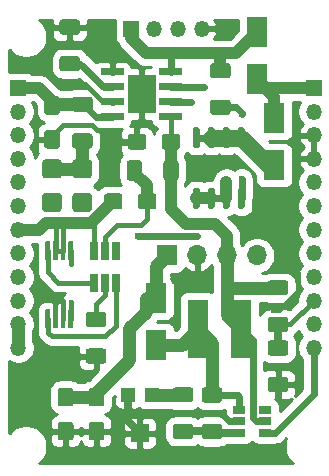
<source format=gtl>
%TF.GenerationSoftware,KiCad,Pcbnew,5.1.7-a382d34a8~88~ubuntu18.04.1*%
%TF.CreationDate,2022-07-15T15:30:23-05:00*%
%TF.ProjectId,Global_Val_Sen,476c6f62-616c-45f5-9661-6c5f53656e2e,rev?*%
%TF.SameCoordinates,Original*%
%TF.FileFunction,Copper,L1,Top*%
%TF.FilePolarity,Positive*%
%FSLAX46Y46*%
G04 Gerber Fmt 4.6, Leading zero omitted, Abs format (unit mm)*
G04 Created by KiCad (PCBNEW 5.1.7-a382d34a8~88~ubuntu18.04.1) date 2022-07-15 15:30:23*
%MOMM*%
%LPD*%
G01*
G04 APERTURE LIST*
%TA.AperFunction,SMDPad,CuDef*%
%ADD10R,1.600000X1.500000*%
%TD*%
%TA.AperFunction,SMDPad,CuDef*%
%ADD11R,1.200000X1.200000*%
%TD*%
%TA.AperFunction,SMDPad,CuDef*%
%ADD12R,1.800000X5.000000*%
%TD*%
%TA.AperFunction,SMDPad,CuDef*%
%ADD13R,1.060000X0.650000*%
%TD*%
%TA.AperFunction,SMDPad,CuDef*%
%ADD14R,1.800000X2.500000*%
%TD*%
%TA.AperFunction,ComponentPad*%
%ADD15O,1.700000X1.700000*%
%TD*%
%TA.AperFunction,ComponentPad*%
%ADD16R,1.700000X1.700000*%
%TD*%
%TA.AperFunction,SMDPad,CuDef*%
%ADD17R,2.413000X3.302000*%
%TD*%
%TA.AperFunction,ComponentPad*%
%ADD18O,1.350000X1.350000*%
%TD*%
%TA.AperFunction,ComponentPad*%
%ADD19R,1.350000X1.350000*%
%TD*%
%TA.AperFunction,SMDPad,CuDef*%
%ADD20R,0.650000X1.560000*%
%TD*%
%TA.AperFunction,ViaPad*%
%ADD21C,0.600000*%
%TD*%
%TA.AperFunction,ViaPad*%
%ADD22C,0.800000*%
%TD*%
%TA.AperFunction,ViaPad*%
%ADD23C,1.000000*%
%TD*%
%TA.AperFunction,ViaPad*%
%ADD24C,0.425000*%
%TD*%
%TA.AperFunction,Conductor*%
%ADD25C,0.700000*%
%TD*%
%TA.AperFunction,Conductor*%
%ADD26C,0.600000*%
%TD*%
%TA.AperFunction,Conductor*%
%ADD27C,0.425000*%
%TD*%
%TA.AperFunction,Conductor*%
%ADD28C,0.400000*%
%TD*%
%TA.AperFunction,Conductor*%
%ADD29C,0.450000*%
%TD*%
%TA.AperFunction,Conductor*%
%ADD30C,1.400000*%
%TD*%
%TA.AperFunction,Conductor*%
%ADD31C,1.000000*%
%TD*%
%TA.AperFunction,Conductor*%
%ADD32C,1.100000*%
%TD*%
%TA.AperFunction,Conductor*%
%ADD33C,0.254000*%
%TD*%
%TA.AperFunction,Conductor*%
%ADD34C,0.100000*%
%TD*%
G04 APERTURE END LIST*
%TA.AperFunction,SMDPad,CuDef*%
G36*
G01*
X42855000Y-70960000D02*
X44105000Y-70960000D01*
G75*
G02*
X44355000Y-71210000I0J-250000D01*
G01*
X44355000Y-72010000D01*
G75*
G02*
X44105000Y-72260000I-250000J0D01*
G01*
X42855000Y-72260000D01*
G75*
G02*
X42605000Y-72010000I0J250000D01*
G01*
X42605000Y-71210000D01*
G75*
G02*
X42855000Y-70960000I250000J0D01*
G01*
G37*
%TD.AperFunction*%
%TA.AperFunction,SMDPad,CuDef*%
G36*
G01*
X42855000Y-67860000D02*
X44105000Y-67860000D01*
G75*
G02*
X44355000Y-68110000I0J-250000D01*
G01*
X44355000Y-68910000D01*
G75*
G02*
X44105000Y-69160000I-250000J0D01*
G01*
X42855000Y-69160000D01*
G75*
G02*
X42605000Y-68910000I0J250000D01*
G01*
X42605000Y-68110000D01*
G75*
G02*
X42855000Y-67860000I250000J0D01*
G01*
G37*
%TD.AperFunction*%
%TA.AperFunction,SMDPad,CuDef*%
G36*
G01*
X42845000Y-65870000D02*
X44095000Y-65870000D01*
G75*
G02*
X44345000Y-66120000I0J-250000D01*
G01*
X44345000Y-66920000D01*
G75*
G02*
X44095000Y-67170000I-250000J0D01*
G01*
X42845000Y-67170000D01*
G75*
G02*
X42595000Y-66920000I0J250000D01*
G01*
X42595000Y-66120000D01*
G75*
G02*
X42845000Y-65870000I250000J0D01*
G01*
G37*
%TD.AperFunction*%
%TA.AperFunction,SMDPad,CuDef*%
G36*
G01*
X42845000Y-62770000D02*
X44095000Y-62770000D01*
G75*
G02*
X44345000Y-63020000I0J-250000D01*
G01*
X44345000Y-63820000D01*
G75*
G02*
X44095000Y-64070000I-250000J0D01*
G01*
X42845000Y-64070000D01*
G75*
G02*
X42595000Y-63820000I0J250000D01*
G01*
X42595000Y-63020000D01*
G75*
G02*
X42845000Y-62770000I250000J0D01*
G01*
G37*
%TD.AperFunction*%
D10*
X31790000Y-75740000D03*
D11*
X30790000Y-72490000D03*
X32790000Y-72490000D03*
%TA.AperFunction,SMDPad,CuDef*%
G36*
G01*
X25064999Y-74770000D02*
X25915001Y-74770000D01*
G75*
G02*
X26165000Y-75019999I0J-249999D01*
G01*
X26165000Y-76095001D01*
G75*
G02*
X25915001Y-76345000I-249999J0D01*
G01*
X25064999Y-76345000D01*
G75*
G02*
X24815000Y-76095001I0J249999D01*
G01*
X24815000Y-75019999D01*
G75*
G02*
X25064999Y-74770000I249999J0D01*
G01*
G37*
%TD.AperFunction*%
%TA.AperFunction,SMDPad,CuDef*%
G36*
G01*
X25064999Y-71895000D02*
X25915001Y-71895000D01*
G75*
G02*
X26165000Y-72144999I0J-249999D01*
G01*
X26165000Y-73220001D01*
G75*
G02*
X25915001Y-73470000I-249999J0D01*
G01*
X25064999Y-73470000D01*
G75*
G02*
X24815000Y-73220001I0J249999D01*
G01*
X24815000Y-72144999D01*
G75*
G02*
X25064999Y-71895000I249999J0D01*
G01*
G37*
%TD.AperFunction*%
D12*
X40370000Y-66920000D03*
X36670000Y-66920000D03*
D13*
X42390000Y-74740000D03*
X42390000Y-73790000D03*
X42390000Y-75690000D03*
X40190000Y-75690000D03*
X40190000Y-74740000D03*
X40190000Y-73790000D03*
%TA.AperFunction,SMDPad,CuDef*%
G36*
G01*
X38505000Y-73140000D02*
X37255000Y-73140000D01*
G75*
G02*
X37005000Y-72890000I0J250000D01*
G01*
X37005000Y-72090000D01*
G75*
G02*
X37255000Y-71840000I250000J0D01*
G01*
X38505000Y-71840000D01*
G75*
G02*
X38755000Y-72090000I0J-250000D01*
G01*
X38755000Y-72890000D01*
G75*
G02*
X38505000Y-73140000I-250000J0D01*
G01*
G37*
%TD.AperFunction*%
%TA.AperFunction,SMDPad,CuDef*%
G36*
G01*
X38505000Y-76240000D02*
X37255000Y-76240000D01*
G75*
G02*
X37005000Y-75990000I0J250000D01*
G01*
X37005000Y-75190000D01*
G75*
G02*
X37255000Y-74940000I250000J0D01*
G01*
X38505000Y-74940000D01*
G75*
G02*
X38755000Y-75190000I0J-250000D01*
G01*
X38755000Y-75990000D01*
G75*
G02*
X38505000Y-76240000I-250000J0D01*
G01*
G37*
%TD.AperFunction*%
%TA.AperFunction,SMDPad,CuDef*%
G36*
G01*
X34805000Y-74930000D02*
X36055000Y-74930000D01*
G75*
G02*
X36305000Y-75180000I0J-250000D01*
G01*
X36305000Y-75980000D01*
G75*
G02*
X36055000Y-76230000I-250000J0D01*
G01*
X34805000Y-76230000D01*
G75*
G02*
X34555000Y-75980000I0J250000D01*
G01*
X34555000Y-75180000D01*
G75*
G02*
X34805000Y-74930000I250000J0D01*
G01*
G37*
%TD.AperFunction*%
%TA.AperFunction,SMDPad,CuDef*%
G36*
G01*
X34805000Y-71830000D02*
X36055000Y-71830000D01*
G75*
G02*
X36305000Y-72080000I0J-250000D01*
G01*
X36305000Y-72880000D01*
G75*
G02*
X36055000Y-73130000I-250000J0D01*
G01*
X34805000Y-73130000D01*
G75*
G02*
X34555000Y-72880000I0J250000D01*
G01*
X34555000Y-72080000D01*
G75*
G02*
X34805000Y-71830000I250000J0D01*
G01*
G37*
%TD.AperFunction*%
D14*
X33140000Y-68250000D03*
X33140000Y-64250000D03*
%TA.AperFunction,SMDPad,CuDef*%
G36*
G01*
X27684999Y-74770000D02*
X28535001Y-74770000D01*
G75*
G02*
X28785000Y-75019999I0J-249999D01*
G01*
X28785000Y-76095001D01*
G75*
G02*
X28535001Y-76345000I-249999J0D01*
G01*
X27684999Y-76345000D01*
G75*
G02*
X27435000Y-76095001I0J249999D01*
G01*
X27435000Y-75019999D01*
G75*
G02*
X27684999Y-74770000I249999J0D01*
G01*
G37*
%TD.AperFunction*%
%TA.AperFunction,SMDPad,CuDef*%
G36*
G01*
X27684999Y-71895000D02*
X28535001Y-71895000D01*
G75*
G02*
X28785000Y-72144999I0J-249999D01*
G01*
X28785000Y-73220001D01*
G75*
G02*
X28535001Y-73470000I-249999J0D01*
G01*
X27684999Y-73470000D01*
G75*
G02*
X27435000Y-73220001I0J249999D01*
G01*
X27435000Y-72144999D01*
G75*
G02*
X27684999Y-71895000I249999J0D01*
G01*
G37*
%TD.AperFunction*%
D15*
X41700000Y-60670000D03*
X39160000Y-60670000D03*
X36620000Y-60670000D03*
D16*
X34080000Y-60670000D03*
%TA.AperFunction,SMDPad,CuDef*%
G36*
G01*
X28470000Y-45393000D02*
X28470000Y-44877000D01*
G75*
G02*
X28512000Y-44835000I42000J0D01*
G01*
X30398000Y-44835000D01*
G75*
G02*
X30440000Y-44877000I0J-42000D01*
G01*
X30440000Y-45393000D01*
G75*
G02*
X30398000Y-45435000I-42000J0D01*
G01*
X28512000Y-45435000D01*
G75*
G02*
X28470000Y-45393000I0J42000D01*
G01*
G37*
%TD.AperFunction*%
%TA.AperFunction,SMDPad,CuDef*%
G36*
G01*
X28470000Y-46663000D02*
X28470000Y-46147000D01*
G75*
G02*
X28512000Y-46105000I42000J0D01*
G01*
X30398000Y-46105000D01*
G75*
G02*
X30440000Y-46147000I0J-42000D01*
G01*
X30440000Y-46663000D01*
G75*
G02*
X30398000Y-46705000I-42000J0D01*
G01*
X28512000Y-46705000D01*
G75*
G02*
X28470000Y-46663000I0J42000D01*
G01*
G37*
%TD.AperFunction*%
%TA.AperFunction,SMDPad,CuDef*%
G36*
G01*
X28470000Y-47933000D02*
X28470000Y-47417000D01*
G75*
G02*
X28512000Y-47375000I42000J0D01*
G01*
X30398000Y-47375000D01*
G75*
G02*
X30440000Y-47417000I0J-42000D01*
G01*
X30440000Y-47933000D01*
G75*
G02*
X30398000Y-47975000I-42000J0D01*
G01*
X28512000Y-47975000D01*
G75*
G02*
X28470000Y-47933000I0J42000D01*
G01*
G37*
%TD.AperFunction*%
%TA.AperFunction,SMDPad,CuDef*%
G36*
G01*
X28470000Y-49203000D02*
X28470000Y-48687000D01*
G75*
G02*
X28512000Y-48645000I42000J0D01*
G01*
X30398000Y-48645000D01*
G75*
G02*
X30440000Y-48687000I0J-42000D01*
G01*
X30440000Y-49203000D01*
G75*
G02*
X30398000Y-49245000I-42000J0D01*
G01*
X28512000Y-49245000D01*
G75*
G02*
X28470000Y-49203000I0J42000D01*
G01*
G37*
%TD.AperFunction*%
%TA.AperFunction,SMDPad,CuDef*%
G36*
G01*
X33420000Y-49203000D02*
X33420000Y-48687000D01*
G75*
G02*
X33462000Y-48645000I42000J0D01*
G01*
X35348000Y-48645000D01*
G75*
G02*
X35390000Y-48687000I0J-42000D01*
G01*
X35390000Y-49203000D01*
G75*
G02*
X35348000Y-49245000I-42000J0D01*
G01*
X33462000Y-49245000D01*
G75*
G02*
X33420000Y-49203000I0J42000D01*
G01*
G37*
%TD.AperFunction*%
%TA.AperFunction,SMDPad,CuDef*%
G36*
G01*
X33420000Y-47933000D02*
X33420000Y-47417000D01*
G75*
G02*
X33462000Y-47375000I42000J0D01*
G01*
X35348000Y-47375000D01*
G75*
G02*
X35390000Y-47417000I0J-42000D01*
G01*
X35390000Y-47933000D01*
G75*
G02*
X35348000Y-47975000I-42000J0D01*
G01*
X33462000Y-47975000D01*
G75*
G02*
X33420000Y-47933000I0J42000D01*
G01*
G37*
%TD.AperFunction*%
%TA.AperFunction,SMDPad,CuDef*%
G36*
G01*
X33420000Y-46663000D02*
X33420000Y-46147000D01*
G75*
G02*
X33462000Y-46105000I42000J0D01*
G01*
X35348000Y-46105000D01*
G75*
G02*
X35390000Y-46147000I0J-42000D01*
G01*
X35390000Y-46663000D01*
G75*
G02*
X35348000Y-46705000I-42000J0D01*
G01*
X33462000Y-46705000D01*
G75*
G02*
X33420000Y-46663000I0J42000D01*
G01*
G37*
%TD.AperFunction*%
%TA.AperFunction,SMDPad,CuDef*%
G36*
G01*
X33420000Y-45393000D02*
X33420000Y-44877000D01*
G75*
G02*
X33462000Y-44835000I42000J0D01*
G01*
X35348000Y-44835000D01*
G75*
G02*
X35390000Y-44877000I0J-42000D01*
G01*
X35390000Y-45393000D01*
G75*
G02*
X35348000Y-45435000I-42000J0D01*
G01*
X33462000Y-45435000D01*
G75*
G02*
X33420000Y-45393000I0J42000D01*
G01*
G37*
%TD.AperFunction*%
D17*
X31930000Y-47040000D03*
%TA.AperFunction,SMDPad,CuDef*%
G36*
G01*
X36720000Y-51575000D02*
X36420000Y-51575000D01*
G75*
G02*
X36270000Y-51425000I0J150000D01*
G01*
X36270000Y-49975000D01*
G75*
G02*
X36420000Y-49825000I150000J0D01*
G01*
X36720000Y-49825000D01*
G75*
G02*
X36870000Y-49975000I0J-150000D01*
G01*
X36870000Y-51425000D01*
G75*
G02*
X36720000Y-51575000I-150000J0D01*
G01*
G37*
%TD.AperFunction*%
%TA.AperFunction,SMDPad,CuDef*%
G36*
G01*
X37990000Y-51575000D02*
X37690000Y-51575000D01*
G75*
G02*
X37540000Y-51425000I0J150000D01*
G01*
X37540000Y-49975000D01*
G75*
G02*
X37690000Y-49825000I150000J0D01*
G01*
X37990000Y-49825000D01*
G75*
G02*
X38140000Y-49975000I0J-150000D01*
G01*
X38140000Y-51425000D01*
G75*
G02*
X37990000Y-51575000I-150000J0D01*
G01*
G37*
%TD.AperFunction*%
%TA.AperFunction,SMDPad,CuDef*%
G36*
G01*
X39260000Y-51575000D02*
X38960000Y-51575000D01*
G75*
G02*
X38810000Y-51425000I0J150000D01*
G01*
X38810000Y-49975000D01*
G75*
G02*
X38960000Y-49825000I150000J0D01*
G01*
X39260000Y-49825000D01*
G75*
G02*
X39410000Y-49975000I0J-150000D01*
G01*
X39410000Y-51425000D01*
G75*
G02*
X39260000Y-51575000I-150000J0D01*
G01*
G37*
%TD.AperFunction*%
%TA.AperFunction,SMDPad,CuDef*%
G36*
G01*
X40530000Y-51575000D02*
X40230000Y-51575000D01*
G75*
G02*
X40080000Y-51425000I0J150000D01*
G01*
X40080000Y-49975000D01*
G75*
G02*
X40230000Y-49825000I150000J0D01*
G01*
X40530000Y-49825000D01*
G75*
G02*
X40680000Y-49975000I0J-150000D01*
G01*
X40680000Y-51425000D01*
G75*
G02*
X40530000Y-51575000I-150000J0D01*
G01*
G37*
%TD.AperFunction*%
%TA.AperFunction,SMDPad,CuDef*%
G36*
G01*
X40530000Y-56725000D02*
X40230000Y-56725000D01*
G75*
G02*
X40080000Y-56575000I0J150000D01*
G01*
X40080000Y-55125000D01*
G75*
G02*
X40230000Y-54975000I150000J0D01*
G01*
X40530000Y-54975000D01*
G75*
G02*
X40680000Y-55125000I0J-150000D01*
G01*
X40680000Y-56575000D01*
G75*
G02*
X40530000Y-56725000I-150000J0D01*
G01*
G37*
%TD.AperFunction*%
%TA.AperFunction,SMDPad,CuDef*%
G36*
G01*
X39260000Y-56725000D02*
X38960000Y-56725000D01*
G75*
G02*
X38810000Y-56575000I0J150000D01*
G01*
X38810000Y-55125000D01*
G75*
G02*
X38960000Y-54975000I150000J0D01*
G01*
X39260000Y-54975000D01*
G75*
G02*
X39410000Y-55125000I0J-150000D01*
G01*
X39410000Y-56575000D01*
G75*
G02*
X39260000Y-56725000I-150000J0D01*
G01*
G37*
%TD.AperFunction*%
%TA.AperFunction,SMDPad,CuDef*%
G36*
G01*
X37990000Y-56725000D02*
X37690000Y-56725000D01*
G75*
G02*
X37540000Y-56575000I0J150000D01*
G01*
X37540000Y-55125000D01*
G75*
G02*
X37690000Y-54975000I150000J0D01*
G01*
X37990000Y-54975000D01*
G75*
G02*
X38140000Y-55125000I0J-150000D01*
G01*
X38140000Y-56575000D01*
G75*
G02*
X37990000Y-56725000I-150000J0D01*
G01*
G37*
%TD.AperFunction*%
%TA.AperFunction,SMDPad,CuDef*%
G36*
G01*
X36720000Y-56725000D02*
X36420000Y-56725000D01*
G75*
G02*
X36270000Y-56575000I0J150000D01*
G01*
X36270000Y-55125000D01*
G75*
G02*
X36420000Y-54975000I150000J0D01*
G01*
X36720000Y-54975000D01*
G75*
G02*
X36870000Y-55125000I0J-150000D01*
G01*
X36870000Y-56575000D01*
G75*
G02*
X36720000Y-56725000I-150000J0D01*
G01*
G37*
%TD.AperFunction*%
%TA.AperFunction,SMDPad,CuDef*%
G36*
G01*
X39215000Y-45690000D02*
X37965000Y-45690000D01*
G75*
G02*
X37715000Y-45440000I0J250000D01*
G01*
X37715000Y-44640000D01*
G75*
G02*
X37965000Y-44390000I250000J0D01*
G01*
X39215000Y-44390000D01*
G75*
G02*
X39465000Y-44640000I0J-250000D01*
G01*
X39465000Y-45440000D01*
G75*
G02*
X39215000Y-45690000I-250000J0D01*
G01*
G37*
%TD.AperFunction*%
%TA.AperFunction,SMDPad,CuDef*%
G36*
G01*
X39215000Y-48790000D02*
X37965000Y-48790000D01*
G75*
G02*
X37715000Y-48540000I0J250000D01*
G01*
X37715000Y-47740000D01*
G75*
G02*
X37965000Y-47490000I250000J0D01*
G01*
X39215000Y-47490000D01*
G75*
G02*
X39465000Y-47740000I0J-250000D01*
G01*
X39465000Y-48540000D01*
G75*
G02*
X39215000Y-48790000I-250000J0D01*
G01*
G37*
%TD.AperFunction*%
D14*
X43150000Y-53050000D03*
X43150000Y-49050000D03*
X41680000Y-41760000D03*
X41680000Y-45760000D03*
D18*
X37020000Y-41490000D03*
X35020000Y-41490000D03*
X33020000Y-41490000D03*
D19*
X31020000Y-41490000D03*
%TA.AperFunction,SMDPad,CuDef*%
G36*
G01*
X26465000Y-45090000D02*
X25215000Y-45090000D01*
G75*
G02*
X24965000Y-44840000I0J250000D01*
G01*
X24965000Y-44040000D01*
G75*
G02*
X25215000Y-43790000I250000J0D01*
G01*
X26465000Y-43790000D01*
G75*
G02*
X26715000Y-44040000I0J-250000D01*
G01*
X26715000Y-44840000D01*
G75*
G02*
X26465000Y-45090000I-250000J0D01*
G01*
G37*
%TD.AperFunction*%
%TA.AperFunction,SMDPad,CuDef*%
G36*
G01*
X26465000Y-41990000D02*
X25215000Y-41990000D01*
G75*
G02*
X24965000Y-41740000I0J250000D01*
G01*
X24965000Y-40940000D01*
G75*
G02*
X25215000Y-40690000I250000J0D01*
G01*
X26465000Y-40690000D01*
G75*
G02*
X26715000Y-40940000I0J-250000D01*
G01*
X26715000Y-41740000D01*
G75*
G02*
X26465000Y-41990000I-250000J0D01*
G01*
G37*
%TD.AperFunction*%
%TA.AperFunction,SMDPad,CuDef*%
G36*
G01*
X31970000Y-52855000D02*
X31970000Y-54105000D01*
G75*
G02*
X31720000Y-54355000I-250000J0D01*
G01*
X30920000Y-54355000D01*
G75*
G02*
X30670000Y-54105000I0J250000D01*
G01*
X30670000Y-52855000D01*
G75*
G02*
X30920000Y-52605000I250000J0D01*
G01*
X31720000Y-52605000D01*
G75*
G02*
X31970000Y-52855000I0J-250000D01*
G01*
G37*
%TD.AperFunction*%
%TA.AperFunction,SMDPad,CuDef*%
G36*
G01*
X35070000Y-52855000D02*
X35070000Y-54105000D01*
G75*
G02*
X34820000Y-54355000I-250000J0D01*
G01*
X34020000Y-54355000D01*
G75*
G02*
X33770000Y-54105000I0J250000D01*
G01*
X33770000Y-52855000D01*
G75*
G02*
X34020000Y-52605000I250000J0D01*
G01*
X34820000Y-52605000D01*
G75*
G02*
X35070000Y-52855000I0J-250000D01*
G01*
G37*
%TD.AperFunction*%
%TA.AperFunction,SMDPad,CuDef*%
G36*
G01*
X27445000Y-68560000D02*
X28695000Y-68560000D01*
G75*
G02*
X28945000Y-68810000I0J-250000D01*
G01*
X28945000Y-69610000D01*
G75*
G02*
X28695000Y-69860000I-250000J0D01*
G01*
X27445000Y-69860000D01*
G75*
G02*
X27195000Y-69610000I0J250000D01*
G01*
X27195000Y-68810000D01*
G75*
G02*
X27445000Y-68560000I250000J0D01*
G01*
G37*
%TD.AperFunction*%
%TA.AperFunction,SMDPad,CuDef*%
G36*
G01*
X27445000Y-65460000D02*
X28695000Y-65460000D01*
G75*
G02*
X28945000Y-65710000I0J-250000D01*
G01*
X28945000Y-66510000D01*
G75*
G02*
X28695000Y-66760000I-250000J0D01*
G01*
X27445000Y-66760000D01*
G75*
G02*
X27195000Y-66510000I0J250000D01*
G01*
X27195000Y-65710000D01*
G75*
G02*
X27445000Y-65460000I250000J0D01*
G01*
G37*
%TD.AperFunction*%
%TA.AperFunction,SMDPad,CuDef*%
G36*
G01*
X30310000Y-55684999D02*
X30310000Y-56535001D01*
G75*
G02*
X30060001Y-56785000I-249999J0D01*
G01*
X28984999Y-56785000D01*
G75*
G02*
X28735000Y-56535001I0J249999D01*
G01*
X28735000Y-55684999D01*
G75*
G02*
X28984999Y-55435000I249999J0D01*
G01*
X30060001Y-55435000D01*
G75*
G02*
X30310000Y-55684999I0J-249999D01*
G01*
G37*
%TD.AperFunction*%
%TA.AperFunction,SMDPad,CuDef*%
G36*
G01*
X33185000Y-55684999D02*
X33185000Y-56535001D01*
G75*
G02*
X32935001Y-56785000I-249999J0D01*
G01*
X31859999Y-56785000D01*
G75*
G02*
X31610000Y-56535001I0J249999D01*
G01*
X31610000Y-55684999D01*
G75*
G02*
X31859999Y-55435000I249999J0D01*
G01*
X32935001Y-55435000D01*
G75*
G02*
X33185000Y-55684999I0J-249999D01*
G01*
G37*
%TD.AperFunction*%
%TA.AperFunction,SMDPad,CuDef*%
G36*
G01*
X25755000Y-59490000D02*
X26115000Y-59490000D01*
G75*
G02*
X26135000Y-59510000I0J-20000D01*
G01*
X26135000Y-61030000D01*
G75*
G02*
X26115000Y-61050000I-20000J0D01*
G01*
X25755000Y-61050000D01*
G75*
G02*
X25735000Y-61030000I0J20000D01*
G01*
X25735000Y-59510000D01*
G75*
G02*
X25755000Y-59490000I20000J0D01*
G01*
G37*
%TD.AperFunction*%
%TA.AperFunction,SMDPad,CuDef*%
G36*
G01*
X25105000Y-59490000D02*
X25465000Y-59490000D01*
G75*
G02*
X25485000Y-59510000I0J-20000D01*
G01*
X25485000Y-61030000D01*
G75*
G02*
X25465000Y-61050000I-20000J0D01*
G01*
X25105000Y-61050000D01*
G75*
G02*
X25085000Y-61030000I0J20000D01*
G01*
X25085000Y-59510000D01*
G75*
G02*
X25105000Y-59490000I20000J0D01*
G01*
G37*
%TD.AperFunction*%
%TA.AperFunction,SMDPad,CuDef*%
G36*
G01*
X24455000Y-59490000D02*
X24815000Y-59490000D01*
G75*
G02*
X24835000Y-59510000I0J-20000D01*
G01*
X24835000Y-61030000D01*
G75*
G02*
X24815000Y-61050000I-20000J0D01*
G01*
X24455000Y-61050000D01*
G75*
G02*
X24435000Y-61030000I0J20000D01*
G01*
X24435000Y-59510000D01*
G75*
G02*
X24455000Y-59490000I20000J0D01*
G01*
G37*
%TD.AperFunction*%
%TA.AperFunction,SMDPad,CuDef*%
G36*
G01*
X23805000Y-59490000D02*
X24165000Y-59490000D01*
G75*
G02*
X24185000Y-59510000I0J-20000D01*
G01*
X24185000Y-61030000D01*
G75*
G02*
X24165000Y-61050000I-20000J0D01*
G01*
X23805000Y-61050000D01*
G75*
G02*
X23785000Y-61030000I0J20000D01*
G01*
X23785000Y-59510000D01*
G75*
G02*
X23805000Y-59490000I20000J0D01*
G01*
G37*
%TD.AperFunction*%
%TA.AperFunction,SMDPad,CuDef*%
G36*
G01*
X23805000Y-65250000D02*
X24165000Y-65250000D01*
G75*
G02*
X24185000Y-65270000I0J-20000D01*
G01*
X24185000Y-66790000D01*
G75*
G02*
X24165000Y-66810000I-20000J0D01*
G01*
X23805000Y-66810000D01*
G75*
G02*
X23785000Y-66790000I0J20000D01*
G01*
X23785000Y-65270000D01*
G75*
G02*
X23805000Y-65250000I20000J0D01*
G01*
G37*
%TD.AperFunction*%
%TA.AperFunction,SMDPad,CuDef*%
G36*
G01*
X24455000Y-65250000D02*
X24815000Y-65250000D01*
G75*
G02*
X24835000Y-65270000I0J-20000D01*
G01*
X24835000Y-66790000D01*
G75*
G02*
X24815000Y-66810000I-20000J0D01*
G01*
X24455000Y-66810000D01*
G75*
G02*
X24435000Y-66790000I0J20000D01*
G01*
X24435000Y-65270000D01*
G75*
G02*
X24455000Y-65250000I20000J0D01*
G01*
G37*
%TD.AperFunction*%
%TA.AperFunction,SMDPad,CuDef*%
G36*
G01*
X25105000Y-65250000D02*
X25465000Y-65250000D01*
G75*
G02*
X25485000Y-65270000I0J-20000D01*
G01*
X25485000Y-66790000D01*
G75*
G02*
X25465000Y-66810000I-20000J0D01*
G01*
X25105000Y-66810000D01*
G75*
G02*
X25085000Y-66790000I0J20000D01*
G01*
X25085000Y-65270000D01*
G75*
G02*
X25105000Y-65250000I20000J0D01*
G01*
G37*
%TD.AperFunction*%
%TA.AperFunction,SMDPad,CuDef*%
G36*
G01*
X25755000Y-65250000D02*
X26115000Y-65250000D01*
G75*
G02*
X26135000Y-65270000I0J-20000D01*
G01*
X26135000Y-66790000D01*
G75*
G02*
X26115000Y-66810000I-20000J0D01*
G01*
X25755000Y-66810000D01*
G75*
G02*
X25735000Y-66790000I0J20000D01*
G01*
X25735000Y-65270000D01*
G75*
G02*
X25755000Y-65250000I20000J0D01*
G01*
G37*
%TD.AperFunction*%
D20*
X28810000Y-60280000D03*
X27860000Y-60280000D03*
X29760000Y-60280000D03*
X29760000Y-62980000D03*
X28810000Y-62980000D03*
X27860000Y-62980000D03*
%TA.AperFunction,SMDPad,CuDef*%
G36*
G01*
X27535000Y-48530000D02*
X26285000Y-48530000D01*
G75*
G02*
X26035000Y-48280000I0J250000D01*
G01*
X26035000Y-47480000D01*
G75*
G02*
X26285000Y-47230000I250000J0D01*
G01*
X27535000Y-47230000D01*
G75*
G02*
X27785000Y-47480000I0J-250000D01*
G01*
X27785000Y-48280000D01*
G75*
G02*
X27535000Y-48530000I-250000J0D01*
G01*
G37*
%TD.AperFunction*%
%TA.AperFunction,SMDPad,CuDef*%
G36*
G01*
X27535000Y-51630000D02*
X26285000Y-51630000D01*
G75*
G02*
X26035000Y-51380000I0J250000D01*
G01*
X26035000Y-50580000D01*
G75*
G02*
X26285000Y-50330000I250000J0D01*
G01*
X27535000Y-50330000D01*
G75*
G02*
X27785000Y-50580000I0J-250000D01*
G01*
X27785000Y-51380000D01*
G75*
G02*
X27535000Y-51630000I-250000J0D01*
G01*
G37*
%TD.AperFunction*%
%TA.AperFunction,SMDPad,CuDef*%
G36*
G01*
X24915000Y-54145000D02*
X23765000Y-54145000D01*
G75*
G02*
X23515000Y-53895000I0J250000D01*
G01*
X23515000Y-52795000D01*
G75*
G02*
X23765000Y-52545000I250000J0D01*
G01*
X24915000Y-52545000D01*
G75*
G02*
X25165000Y-52795000I0J-250000D01*
G01*
X25165000Y-53895000D01*
G75*
G02*
X24915000Y-54145000I-250000J0D01*
G01*
G37*
%TD.AperFunction*%
%TA.AperFunction,SMDPad,CuDef*%
G36*
G01*
X24915000Y-56995000D02*
X23765000Y-56995000D01*
G75*
G02*
X23515000Y-56745000I0J250000D01*
G01*
X23515000Y-55645000D01*
G75*
G02*
X23765000Y-55395000I250000J0D01*
G01*
X24915000Y-55395000D01*
G75*
G02*
X25165000Y-55645000I0J-250000D01*
G01*
X25165000Y-56745000D01*
G75*
G02*
X24915000Y-56995000I-250000J0D01*
G01*
G37*
%TD.AperFunction*%
%TA.AperFunction,SMDPad,CuDef*%
G36*
G01*
X27475000Y-54145000D02*
X26325000Y-54145000D01*
G75*
G02*
X26075000Y-53895000I0J250000D01*
G01*
X26075000Y-52795000D01*
G75*
G02*
X26325000Y-52545000I250000J0D01*
G01*
X27475000Y-52545000D01*
G75*
G02*
X27725000Y-52795000I0J-250000D01*
G01*
X27725000Y-53895000D01*
G75*
G02*
X27475000Y-54145000I-250000J0D01*
G01*
G37*
%TD.AperFunction*%
%TA.AperFunction,SMDPad,CuDef*%
G36*
G01*
X27475000Y-56995000D02*
X26325000Y-56995000D01*
G75*
G02*
X26075000Y-56745000I0J250000D01*
G01*
X26075000Y-55645000D01*
G75*
G02*
X26325000Y-55395000I250000J0D01*
G01*
X27475000Y-55395000D01*
G75*
G02*
X27725000Y-55645000I0J-250000D01*
G01*
X27725000Y-56745000D01*
G75*
G02*
X27475000Y-56995000I-250000J0D01*
G01*
G37*
%TD.AperFunction*%
%TA.AperFunction,SMDPad,CuDef*%
G36*
G01*
X23924999Y-47195000D02*
X24775001Y-47195000D01*
G75*
G02*
X25025000Y-47444999I0J-249999D01*
G01*
X25025000Y-48520001D01*
G75*
G02*
X24775001Y-48770000I-249999J0D01*
G01*
X23924999Y-48770000D01*
G75*
G02*
X23675000Y-48520001I0J249999D01*
G01*
X23675000Y-47444999D01*
G75*
G02*
X23924999Y-47195000I249999J0D01*
G01*
G37*
%TD.AperFunction*%
%TA.AperFunction,SMDPad,CuDef*%
G36*
G01*
X23924999Y-50070000D02*
X24775001Y-50070000D01*
G75*
G02*
X25025000Y-50319999I0J-249999D01*
G01*
X25025000Y-51395001D01*
G75*
G02*
X24775001Y-51645000I-249999J0D01*
G01*
X23924999Y-51645000D01*
G75*
G02*
X23675000Y-51395001I0J249999D01*
G01*
X23675000Y-50319999D01*
G75*
G02*
X23924999Y-50070000I249999J0D01*
G01*
G37*
%TD.AperFunction*%
%TA.AperFunction,SMDPad,CuDef*%
G36*
G01*
X35195000Y-50634999D02*
X35195000Y-51485001D01*
G75*
G02*
X34945001Y-51735000I-249999J0D01*
G01*
X33869999Y-51735000D01*
G75*
G02*
X33620000Y-51485001I0J249999D01*
G01*
X33620000Y-50634999D01*
G75*
G02*
X33869999Y-50385000I249999J0D01*
G01*
X34945001Y-50385000D01*
G75*
G02*
X35195000Y-50634999I0J-249999D01*
G01*
G37*
%TD.AperFunction*%
%TA.AperFunction,SMDPad,CuDef*%
G36*
G01*
X32320000Y-50634999D02*
X32320000Y-51485001D01*
G75*
G02*
X32070001Y-51735000I-249999J0D01*
G01*
X30994999Y-51735000D01*
G75*
G02*
X30745000Y-51485001I0J249999D01*
G01*
X30745000Y-50634999D01*
G75*
G02*
X30994999Y-50385000I249999J0D01*
G01*
X32070001Y-50385000D01*
G75*
G02*
X32320000Y-50634999I0J-249999D01*
G01*
G37*
%TD.AperFunction*%
D18*
X21500000Y-68500000D03*
X21500000Y-66500000D03*
X21500000Y-64500000D03*
X21500000Y-62500000D03*
X21500000Y-60500000D03*
X21500000Y-58500000D03*
X21500000Y-56500000D03*
X21500000Y-54500000D03*
X21500000Y-52500000D03*
X21500000Y-50500000D03*
X21500000Y-48500000D03*
D19*
X21500000Y-46500000D03*
D18*
X46500000Y-68500000D03*
X46500000Y-66500000D03*
X46500000Y-64500000D03*
X46500000Y-62500000D03*
X46500000Y-60500000D03*
X46500000Y-58500000D03*
X46500000Y-56500000D03*
X46500000Y-54500000D03*
X46500000Y-52500000D03*
X46500000Y-50500000D03*
X46500000Y-48500000D03*
D19*
X46500000Y-46500000D03*
D21*
X31600000Y-59020000D03*
D22*
X40310000Y-57840000D03*
D21*
X43450000Y-72660000D03*
X41240000Y-77460000D03*
X36660000Y-59020000D03*
D23*
X34870000Y-62700000D03*
D21*
X29350000Y-43500000D03*
X43150000Y-65270000D03*
X37240000Y-46380000D03*
X26900000Y-56195000D03*
D24*
X25940000Y-61410000D03*
X25940000Y-64650000D03*
D21*
X36110000Y-47670000D03*
X24340000Y-56195000D03*
D23*
X39110000Y-54430000D03*
D21*
X40400000Y-48700000D03*
X40400000Y-54200000D03*
D25*
X30790000Y-74740000D02*
X31790000Y-75740000D01*
X30790000Y-72490000D02*
X30790000Y-74740000D01*
D26*
X40190000Y-74740000D02*
X39370000Y-74740000D01*
X39370000Y-74740000D02*
X38840000Y-74210000D01*
D27*
X25285000Y-66030000D02*
X25285000Y-64545000D01*
X25285000Y-64545000D02*
X25130000Y-64390000D01*
X25130000Y-64390000D02*
X24700000Y-64390000D01*
X24635000Y-64455000D02*
X24635000Y-66030000D01*
X24700000Y-64390000D02*
X24635000Y-64455000D01*
D26*
X43480000Y-71610000D02*
X43480000Y-72450000D01*
X36660000Y-59020000D02*
X31600000Y-59020000D01*
D28*
X28649256Y-47675000D02*
X27174256Y-46200000D01*
X29455000Y-47675000D02*
X28649256Y-47675000D01*
X27174256Y-46200000D02*
X26240000Y-46200000D01*
D29*
X24350000Y-50857500D02*
X24350000Y-50550000D01*
X24350000Y-50550000D02*
X25250000Y-49650000D01*
X27734682Y-49650000D02*
X28144682Y-50060000D01*
X25250000Y-49650000D02*
X27734682Y-49650000D01*
X28144682Y-50060000D02*
X28680000Y-50060000D01*
X28680000Y-50060000D02*
X28680000Y-50070000D01*
X29740000Y-51130000D02*
X31522500Y-51130000D01*
X28680000Y-50070000D02*
X29740000Y-51130000D01*
X43599612Y-65270000D02*
X45150000Y-63719612D01*
X43150000Y-65270000D02*
X43599612Y-65270000D01*
X45150000Y-63719612D02*
X45150000Y-62160000D01*
D30*
X41670000Y-45770000D02*
X41680000Y-45760000D01*
D31*
X42420000Y-46500000D02*
X41680000Y-45760000D01*
X46500000Y-46500000D02*
X42420000Y-46500000D01*
X43150000Y-47230000D02*
X41680000Y-45760000D01*
X43150000Y-49050000D02*
X43150000Y-47230000D01*
D26*
X46500000Y-68500000D02*
X46500000Y-72410000D01*
X43220000Y-75690000D02*
X42390000Y-75690000D01*
X46500000Y-72410000D02*
X43220000Y-75690000D01*
D25*
X43480000Y-66530000D02*
X43470000Y-66520000D01*
X43480000Y-68510000D02*
X43480000Y-66530000D01*
D26*
X43470000Y-66520000D02*
X43470000Y-66460000D01*
D29*
X44480000Y-66520000D02*
X46500000Y-64500000D01*
X43470000Y-66520000D02*
X44480000Y-66520000D01*
D26*
X34397500Y-48952500D02*
X34405000Y-48945000D01*
D31*
X34400000Y-56760000D02*
X35660000Y-58020000D01*
X35660000Y-58020000D02*
X38150000Y-58020000D01*
X39160000Y-59030000D02*
X39160000Y-60670000D01*
X38150000Y-58020000D02*
X39160000Y-59030000D01*
D32*
X39160000Y-65710000D02*
X40370000Y-66920000D01*
X39180000Y-63420000D02*
X39160000Y-63400000D01*
X43470000Y-63420000D02*
X39180000Y-63420000D01*
X39160000Y-60670000D02*
X39160000Y-63400000D01*
X39160000Y-63400000D02*
X39160000Y-65710000D01*
D25*
X40370000Y-67556388D02*
X40370000Y-66920000D01*
D26*
X41584998Y-74740000D02*
X41320000Y-74475002D01*
X42390000Y-74740000D02*
X41584998Y-74740000D01*
X41320000Y-67870000D02*
X40370000Y-66920000D01*
X41320000Y-74475002D02*
X41320000Y-67870000D01*
D32*
X21500000Y-68500000D02*
X21500000Y-66500000D01*
D27*
X34405000Y-51057500D02*
X34407500Y-51060000D01*
X34405000Y-48945000D02*
X34405000Y-51057500D01*
D31*
X34407500Y-53467500D02*
X34420000Y-53480000D01*
X34407500Y-51060000D02*
X34407500Y-53467500D01*
X34420000Y-56740000D02*
X34400000Y-56760000D01*
X34420000Y-53480000D02*
X34420000Y-56740000D01*
X26930000Y-51000000D02*
X26910000Y-50980000D01*
D32*
X24340000Y-53345000D02*
X26900000Y-53345000D01*
X26910000Y-53335000D02*
X26900000Y-53345000D01*
X26910000Y-50980000D02*
X26910000Y-53335000D01*
D26*
X34405000Y-46405000D02*
X37215000Y-46405000D01*
X37215000Y-46405000D02*
X37240000Y-46380000D01*
D27*
X28810000Y-64020000D02*
X28810000Y-62980000D01*
X28070000Y-64760000D02*
X28810000Y-64020000D01*
X28070000Y-66110000D02*
X28070000Y-64760000D01*
X25935000Y-60270000D02*
X25935000Y-61405000D01*
X25935000Y-61405000D02*
X25940000Y-61410000D01*
X25940000Y-66025000D02*
X25935000Y-66030000D01*
X25940000Y-64650000D02*
X25940000Y-66025000D01*
D31*
X21500000Y-58500000D02*
X23260000Y-58500000D01*
D28*
X24635000Y-60145000D02*
X24640000Y-60140000D01*
X24635000Y-60270000D02*
X24635000Y-60145000D01*
X25285000Y-60270000D02*
X24635000Y-60270000D01*
D27*
X27860000Y-58127500D02*
X27682500Y-57950000D01*
X27860000Y-60280000D02*
X27860000Y-58127500D01*
D28*
X25285000Y-60270000D02*
X25285000Y-58305000D01*
X24640000Y-60140000D02*
X24640000Y-57950000D01*
D31*
X23260000Y-58500000D02*
X23810000Y-57950000D01*
X23810000Y-57950000D02*
X24640000Y-57950000D01*
D28*
X25285000Y-58305000D02*
X25640000Y-57950000D01*
D31*
X24640000Y-57950000D02*
X25640000Y-57950000D01*
D27*
X25675000Y-57985000D02*
X25640000Y-57950000D01*
X26325000Y-58115000D02*
X26490000Y-57950000D01*
D31*
X26490000Y-57950000D02*
X27682500Y-57950000D01*
X25640000Y-57950000D02*
X26490000Y-57950000D01*
X27682500Y-57950000D02*
X29522500Y-56110000D01*
D26*
X34405000Y-47675000D02*
X36105000Y-47675000D01*
X36105000Y-47675000D02*
X36110000Y-47670000D01*
X31020000Y-42265000D02*
X32095000Y-43340000D01*
X31020000Y-41490000D02*
X31020000Y-42265000D01*
D31*
X40574999Y-42865001D02*
X40574999Y-42905001D01*
X41680000Y-41760000D02*
X40574999Y-42865001D01*
X40574999Y-42905001D02*
X39950000Y-43530000D01*
X32285000Y-43530000D02*
X31020000Y-42265000D01*
D26*
X33565000Y-43605000D02*
X33490000Y-43530000D01*
D31*
X33490000Y-43530000D02*
X32285000Y-43530000D01*
X39950000Y-43530000D02*
X38570000Y-43530000D01*
X38590000Y-43550000D02*
X38570000Y-43530000D01*
X38590000Y-45040000D02*
X38590000Y-43550000D01*
X21500000Y-46500000D02*
X23217500Y-46500000D01*
X38570000Y-43530000D02*
X34490000Y-43530000D01*
X34490000Y-43530000D02*
X33490000Y-43530000D01*
D26*
X34405000Y-43615000D02*
X34490000Y-43530000D01*
X34405000Y-45135000D02*
X34405000Y-43615000D01*
X26910000Y-47880000D02*
X26990000Y-47880000D01*
D31*
X26832500Y-47802500D02*
X26910000Y-47880000D01*
X26892500Y-47782500D02*
X26930000Y-47820000D01*
D26*
X29455000Y-48945000D02*
X28055000Y-48945000D01*
X26990000Y-47880000D02*
X28055000Y-48945000D01*
D31*
X23217500Y-46500000D02*
X24520000Y-47802500D01*
D32*
X24452500Y-47880000D02*
X24350000Y-47982500D01*
X26910000Y-47880000D02*
X24452500Y-47880000D01*
D26*
X26370000Y-44440000D02*
X25840000Y-44440000D01*
X29455000Y-46405000D02*
X28715000Y-46405000D01*
X26750000Y-44440000D02*
X25840000Y-44440000D01*
X28715000Y-46405000D02*
X26750000Y-44440000D01*
X31310000Y-53670000D02*
X31300000Y-53660000D01*
X31590000Y-53660000D02*
X31300000Y-53660000D01*
D31*
X32397500Y-54757500D02*
X31300000Y-53660000D01*
X32397500Y-56110000D02*
X32397500Y-54757500D01*
D27*
X28810000Y-60280000D02*
X28810000Y-59150000D01*
X28810000Y-59150000D02*
X29850000Y-58110000D01*
X29850000Y-58110000D02*
X31860000Y-58110000D01*
X32397500Y-57572500D02*
X32397500Y-56110000D01*
X31860000Y-58110000D02*
X32397500Y-57572500D01*
D30*
X42730000Y-53050000D02*
X40380000Y-50700000D01*
X43150000Y-53050000D02*
X42730000Y-53050000D01*
X37840000Y-50700000D02*
X40380000Y-50700000D01*
D26*
X36570000Y-50700000D02*
X37840000Y-50700000D01*
D27*
X23985000Y-66030000D02*
X23985000Y-67215000D01*
X23992510Y-67222510D02*
X24022510Y-67222510D01*
X23985000Y-67215000D02*
X23992510Y-67222510D01*
X24022510Y-67222510D02*
X24327490Y-67527490D01*
X24327490Y-67527490D02*
X28852510Y-67527490D01*
X29760000Y-66620000D02*
X29760000Y-62980000D01*
X28852510Y-67527490D02*
X29760000Y-66620000D01*
X23985000Y-60270000D02*
X23985000Y-62075000D01*
X23985000Y-62075000D02*
X24890000Y-62980000D01*
X27860000Y-62980000D02*
X24890000Y-62980000D01*
D31*
X37840000Y-55850000D02*
X36570000Y-55850000D01*
D26*
X37840000Y-55850000D02*
X39110000Y-55850000D01*
D31*
X39110000Y-55850000D02*
X39110000Y-54430000D01*
D32*
X33140000Y-61610000D02*
X34080000Y-60670000D01*
X33140000Y-64250000D02*
X33140000Y-61610000D01*
X25490000Y-72682500D02*
X28110000Y-72682500D01*
X33140000Y-64250000D02*
X32310000Y-64250000D01*
X32310000Y-65431194D02*
X30900000Y-66841194D01*
X32310000Y-64250000D02*
X32310000Y-65431194D01*
X30900000Y-66841194D02*
X30900000Y-69570000D01*
X28110000Y-72360000D02*
X28110000Y-72682500D01*
X30900000Y-69570000D02*
X28110000Y-72360000D01*
D26*
X38590000Y-48140000D02*
X39920000Y-48140000D01*
X39920000Y-48140000D02*
X40400000Y-48620000D01*
X40400000Y-48620000D02*
X40400000Y-48700000D01*
X40400000Y-55830000D02*
X40380000Y-55850000D01*
X40400000Y-54200000D02*
X40400000Y-55830000D01*
D32*
X35340000Y-68250000D02*
X36670000Y-66920000D01*
X33140000Y-68250000D02*
X35340000Y-68250000D01*
X37880000Y-68130000D02*
X36670000Y-66920000D01*
X37880000Y-72490000D02*
X37880000Y-68130000D01*
D26*
X37880000Y-72490000D02*
X40050000Y-72490000D01*
X40190000Y-72630000D02*
X40190000Y-73790000D01*
X40050000Y-72490000D02*
X40190000Y-72630000D01*
D25*
X37980000Y-75690000D02*
X37880000Y-75590000D01*
X40190000Y-75690000D02*
X37980000Y-75690000D01*
X37870000Y-75580000D02*
X37880000Y-75590000D01*
X35430000Y-75580000D02*
X37870000Y-75580000D01*
D32*
X32790000Y-72490000D02*
X35420000Y-72490000D01*
D33*
X23074580Y-60132635D02*
X23065500Y-60224828D01*
X23065501Y-62029818D01*
X23061051Y-62075000D01*
X23078804Y-62255253D01*
X23131383Y-62428580D01*
X23192273Y-62542497D01*
X23216765Y-62588319D01*
X23331670Y-62728331D01*
X23366763Y-62757131D01*
X24207868Y-63598237D01*
X24236669Y-63633331D01*
X24376681Y-63748236D01*
X24536420Y-63833618D01*
X24695136Y-63881764D01*
X24709746Y-63886196D01*
X24889999Y-63903949D01*
X24935172Y-63899500D01*
X25405070Y-63899500D01*
X25391587Y-63910565D01*
X25353853Y-63935778D01*
X25321763Y-63967868D01*
X25286669Y-63996669D01*
X25257870Y-64031761D01*
X25225778Y-64063853D01*
X25200562Y-64101591D01*
X25171764Y-64136682D01*
X25150367Y-64176714D01*
X25125150Y-64214453D01*
X25107780Y-64256388D01*
X25086382Y-64296421D01*
X25073205Y-64339859D01*
X25055836Y-64381792D01*
X25046981Y-64426307D01*
X25033804Y-64469747D01*
X25029355Y-64514921D01*
X25020500Y-64559437D01*
X25020500Y-64618557D01*
X24960000Y-64625129D01*
X24866750Y-64615000D01*
X24799501Y-64682249D01*
X24722870Y-64724645D01*
X24684445Y-64757121D01*
X24681485Y-64753515D01*
X24570800Y-64662678D01*
X24444520Y-64595180D01*
X24307498Y-64553615D01*
X24165000Y-64539580D01*
X23805000Y-64539580D01*
X23662502Y-64553615D01*
X23525480Y-64595180D01*
X23399200Y-64662678D01*
X23288515Y-64753515D01*
X23197678Y-64864200D01*
X23130180Y-64990480D01*
X23088615Y-65127502D01*
X23074580Y-65270000D01*
X23074580Y-65892635D01*
X23065500Y-65984828D01*
X23065501Y-67169818D01*
X23061051Y-67215000D01*
X23078804Y-67395253D01*
X23131383Y-67568580D01*
X23214838Y-67724713D01*
X23216765Y-67728319D01*
X23331670Y-67868331D01*
X23335792Y-67871714D01*
X23339179Y-67875841D01*
X23479191Y-67990746D01*
X23503224Y-68003592D01*
X23645354Y-68145722D01*
X23674159Y-68180821D01*
X23814171Y-68295726D01*
X23973910Y-68381108D01*
X24142225Y-68432166D01*
X24147236Y-68433686D01*
X24327490Y-68451439D01*
X24372662Y-68446990D01*
X26568058Y-68446990D01*
X26556928Y-68560000D01*
X26560000Y-68924250D01*
X26718750Y-69083000D01*
X27943000Y-69083000D01*
X27943000Y-69063000D01*
X28197000Y-69063000D01*
X28197000Y-69083000D01*
X28217000Y-69083000D01*
X28217000Y-69337000D01*
X28197000Y-69337000D01*
X28197000Y-70336250D01*
X28276542Y-70415792D01*
X27485674Y-71206661D01*
X27317463Y-71257688D01*
X27151419Y-71346440D01*
X27055083Y-71425500D01*
X26544917Y-71425500D01*
X26448581Y-71346440D01*
X26282537Y-71257688D01*
X26102369Y-71203034D01*
X25915001Y-71184580D01*
X25064999Y-71184580D01*
X24877631Y-71203034D01*
X24697463Y-71257688D01*
X24531419Y-71346440D01*
X24385880Y-71465880D01*
X24266440Y-71611419D01*
X24177688Y-71777463D01*
X24123034Y-71957631D01*
X24104580Y-72144999D01*
X24104580Y-73220001D01*
X24123034Y-73407369D01*
X24177688Y-73587537D01*
X24266440Y-73753581D01*
X24385880Y-73899120D01*
X24531419Y-74018560D01*
X24697463Y-74107312D01*
X24787529Y-74134634D01*
X24690518Y-74144188D01*
X24570820Y-74180498D01*
X24460506Y-74239463D01*
X24363815Y-74318815D01*
X24284463Y-74415506D01*
X24225498Y-74525820D01*
X24189188Y-74645518D01*
X24176928Y-74770000D01*
X24180000Y-75271750D01*
X24338750Y-75430500D01*
X25363000Y-75430500D01*
X25363000Y-75410500D01*
X25617000Y-75410500D01*
X25617000Y-75430500D01*
X26641250Y-75430500D01*
X26800000Y-75271750D01*
X26958750Y-75430500D01*
X27983000Y-75430500D01*
X27983000Y-75410500D01*
X28237000Y-75410500D01*
X28237000Y-75430500D01*
X29261250Y-75430500D01*
X29420000Y-75271750D01*
X29421725Y-74990000D01*
X30351928Y-74990000D01*
X30355000Y-75454250D01*
X30513750Y-75613000D01*
X31663000Y-75613000D01*
X31663000Y-74513750D01*
X31917000Y-74513750D01*
X31917000Y-75613000D01*
X33066250Y-75613000D01*
X33225000Y-75454250D01*
X33228072Y-74990000D01*
X33215812Y-74865518D01*
X33179502Y-74745820D01*
X33120537Y-74635506D01*
X33041185Y-74538815D01*
X32944494Y-74459463D01*
X32834180Y-74400498D01*
X32714482Y-74364188D01*
X32590000Y-74351928D01*
X32075750Y-74355000D01*
X31917000Y-74513750D01*
X31663000Y-74513750D01*
X31504250Y-74355000D01*
X30990000Y-74351928D01*
X30865518Y-74364188D01*
X30745820Y-74400498D01*
X30635506Y-74459463D01*
X30538815Y-74538815D01*
X30459463Y-74635506D01*
X30400498Y-74745820D01*
X30364188Y-74865518D01*
X30351928Y-74990000D01*
X29421725Y-74990000D01*
X29423072Y-74770000D01*
X29410812Y-74645518D01*
X29374502Y-74525820D01*
X29315537Y-74415506D01*
X29236185Y-74318815D01*
X29139494Y-74239463D01*
X29029180Y-74180498D01*
X28909482Y-74144188D01*
X28812471Y-74134634D01*
X28902537Y-74107312D01*
X29068581Y-74018560D01*
X29214120Y-73899120D01*
X29333560Y-73753581D01*
X29422312Y-73587537D01*
X29476966Y-73407369D01*
X29495420Y-73220001D01*
X29495420Y-72752245D01*
X29630663Y-72617002D01*
X29713748Y-72617002D01*
X29555000Y-72775750D01*
X29551928Y-73090000D01*
X29564188Y-73214482D01*
X29600498Y-73334180D01*
X29659463Y-73444494D01*
X29738815Y-73541185D01*
X29835506Y-73620537D01*
X29945820Y-73679502D01*
X30065518Y-73715812D01*
X30190000Y-73728072D01*
X30504250Y-73725000D01*
X30663000Y-73566250D01*
X30663000Y-72617000D01*
X30643000Y-72617000D01*
X30643000Y-72363000D01*
X30663000Y-72363000D01*
X30663000Y-72343000D01*
X30917000Y-72343000D01*
X30917000Y-72363000D01*
X30937000Y-72363000D01*
X30937000Y-72617000D01*
X30917000Y-72617000D01*
X30917000Y-73566250D01*
X31075750Y-73725000D01*
X31390000Y-73728072D01*
X31514482Y-73715812D01*
X31634180Y-73679502D01*
X31730879Y-73627814D01*
X31795312Y-73680693D01*
X31918134Y-73746342D01*
X32051404Y-73786769D01*
X32190000Y-73800420D01*
X33390000Y-73800420D01*
X33528596Y-73786769D01*
X33659697Y-73747000D01*
X34399462Y-73747000D01*
X34437463Y-73767312D01*
X34617631Y-73821966D01*
X34805000Y-73840420D01*
X36055000Y-73840420D01*
X36242369Y-73821966D01*
X36422537Y-73767312D01*
X36588581Y-73678560D01*
X36648908Y-73629051D01*
X36721419Y-73688560D01*
X36887463Y-73777312D01*
X37067631Y-73831966D01*
X37255000Y-73850420D01*
X38505000Y-73850420D01*
X38692369Y-73831966D01*
X38872537Y-73777312D01*
X38949580Y-73736132D01*
X38949580Y-74115000D01*
X38963231Y-74253596D01*
X38998556Y-74370046D01*
X38872537Y-74302688D01*
X38692369Y-74248034D01*
X38505000Y-74229580D01*
X37255000Y-74229580D01*
X37067631Y-74248034D01*
X36887463Y-74302688D01*
X36721419Y-74391440D01*
X36661092Y-74440949D01*
X36588581Y-74381440D01*
X36422537Y-74292688D01*
X36242369Y-74238034D01*
X36055000Y-74219580D01*
X34805000Y-74219580D01*
X34617631Y-74238034D01*
X34437463Y-74292688D01*
X34271419Y-74381440D01*
X34125881Y-74500881D01*
X34006440Y-74646419D01*
X33917688Y-74812463D01*
X33863034Y-74992631D01*
X33844580Y-75180000D01*
X33844580Y-75980000D01*
X33863034Y-76167369D01*
X33917688Y-76347537D01*
X34006440Y-76513581D01*
X34125881Y-76659119D01*
X34271419Y-76778560D01*
X34437463Y-76867312D01*
X34617631Y-76921966D01*
X34805000Y-76940420D01*
X36055000Y-76940420D01*
X36242369Y-76921966D01*
X36422537Y-76867312D01*
X36588581Y-76778560D01*
X36648908Y-76729051D01*
X36721419Y-76788560D01*
X36887463Y-76877312D01*
X37067631Y-76931966D01*
X37255000Y-76950420D01*
X38505000Y-76950420D01*
X38692369Y-76931966D01*
X38872537Y-76877312D01*
X39038581Y-76788560D01*
X39089222Y-76747000D01*
X40241924Y-76747000D01*
X40397208Y-76731706D01*
X40417930Y-76725420D01*
X40720000Y-76725420D01*
X40858596Y-76711769D01*
X40991866Y-76671342D01*
X41114688Y-76605693D01*
X41222343Y-76517343D01*
X41290000Y-76434903D01*
X41357657Y-76517343D01*
X41465312Y-76605693D01*
X41588134Y-76671342D01*
X41721404Y-76711769D01*
X41860000Y-76725420D01*
X42920000Y-76725420D01*
X43058596Y-76711769D01*
X43107283Y-76697000D01*
X43170534Y-76697000D01*
X43220000Y-76701872D01*
X43417406Y-76682429D01*
X43454212Y-76671264D01*
X43607227Y-76624848D01*
X43782166Y-76531341D01*
X43935502Y-76405502D01*
X43967043Y-76367069D01*
X44184036Y-76150076D01*
X44112442Y-76322918D01*
X44043000Y-76672026D01*
X44043000Y-77027974D01*
X44112442Y-77377082D01*
X44248658Y-77705935D01*
X44446412Y-78001895D01*
X44698105Y-78253588D01*
X44719674Y-78268000D01*
X23280326Y-78268000D01*
X23301895Y-78253588D01*
X23553588Y-78001895D01*
X23751342Y-77705935D01*
X23887558Y-77377082D01*
X23957000Y-77027974D01*
X23957000Y-76672026D01*
X23891951Y-76345000D01*
X24176928Y-76345000D01*
X24189188Y-76469482D01*
X24225498Y-76589180D01*
X24284463Y-76699494D01*
X24363815Y-76796185D01*
X24460506Y-76875537D01*
X24570820Y-76934502D01*
X24690518Y-76970812D01*
X24815000Y-76983072D01*
X25204250Y-76980000D01*
X25363000Y-76821250D01*
X25363000Y-75684500D01*
X25617000Y-75684500D01*
X25617000Y-76821250D01*
X25775750Y-76980000D01*
X26165000Y-76983072D01*
X26289482Y-76970812D01*
X26409180Y-76934502D01*
X26519494Y-76875537D01*
X26616185Y-76796185D01*
X26695537Y-76699494D01*
X26754502Y-76589180D01*
X26790812Y-76469482D01*
X26800000Y-76376192D01*
X26809188Y-76469482D01*
X26845498Y-76589180D01*
X26904463Y-76699494D01*
X26983815Y-76796185D01*
X27080506Y-76875537D01*
X27190820Y-76934502D01*
X27310518Y-76970812D01*
X27435000Y-76983072D01*
X27824250Y-76980000D01*
X27983000Y-76821250D01*
X27983000Y-75684500D01*
X28237000Y-75684500D01*
X28237000Y-76821250D01*
X28395750Y-76980000D01*
X28785000Y-76983072D01*
X28909482Y-76970812D01*
X29029180Y-76934502D01*
X29139494Y-76875537D01*
X29236185Y-76796185D01*
X29315537Y-76699494D01*
X29374502Y-76589180D01*
X29404587Y-76490000D01*
X30351928Y-76490000D01*
X30364188Y-76614482D01*
X30400498Y-76734180D01*
X30459463Y-76844494D01*
X30538815Y-76941185D01*
X30635506Y-77020537D01*
X30745820Y-77079502D01*
X30865518Y-77115812D01*
X30990000Y-77128072D01*
X31504250Y-77125000D01*
X31663000Y-76966250D01*
X31663000Y-75867000D01*
X31917000Y-75867000D01*
X31917000Y-76966250D01*
X32075750Y-77125000D01*
X32590000Y-77128072D01*
X32714482Y-77115812D01*
X32834180Y-77079502D01*
X32944494Y-77020537D01*
X33041185Y-76941185D01*
X33120537Y-76844494D01*
X33179502Y-76734180D01*
X33215812Y-76614482D01*
X33228072Y-76490000D01*
X33225000Y-76025750D01*
X33066250Y-75867000D01*
X31917000Y-75867000D01*
X31663000Y-75867000D01*
X30513750Y-75867000D01*
X30355000Y-76025750D01*
X30351928Y-76490000D01*
X29404587Y-76490000D01*
X29410812Y-76469482D01*
X29423072Y-76345000D01*
X29420000Y-75843250D01*
X29261250Y-75684500D01*
X28237000Y-75684500D01*
X27983000Y-75684500D01*
X26958750Y-75684500D01*
X26800000Y-75843250D01*
X26641250Y-75684500D01*
X25617000Y-75684500D01*
X25363000Y-75684500D01*
X24338750Y-75684500D01*
X24180000Y-75843250D01*
X24176928Y-76345000D01*
X23891951Y-76345000D01*
X23887558Y-76322918D01*
X23751342Y-75994065D01*
X23553588Y-75698105D01*
X23301895Y-75446412D01*
X23005935Y-75248658D01*
X22677082Y-75112442D01*
X22327974Y-75043000D01*
X21972026Y-75043000D01*
X21622918Y-75112442D01*
X21294065Y-75248658D01*
X20998105Y-75446412D01*
X20746412Y-75698105D01*
X20732000Y-75719674D01*
X20732000Y-69648957D01*
X20845377Y-69724713D01*
X21096885Y-69828891D01*
X21363885Y-69882000D01*
X21636115Y-69882000D01*
X21746717Y-69860000D01*
X26556928Y-69860000D01*
X26569188Y-69984482D01*
X26605498Y-70104180D01*
X26664463Y-70214494D01*
X26743815Y-70311185D01*
X26840506Y-70390537D01*
X26950820Y-70449502D01*
X27070518Y-70485812D01*
X27195000Y-70498072D01*
X27784250Y-70495000D01*
X27943000Y-70336250D01*
X27943000Y-69337000D01*
X26718750Y-69337000D01*
X26560000Y-69495750D01*
X26556928Y-69860000D01*
X21746717Y-69860000D01*
X21903115Y-69828891D01*
X22154623Y-69724713D01*
X22380974Y-69573470D01*
X22573470Y-69380974D01*
X22724713Y-69154623D01*
X22828891Y-68903115D01*
X22882000Y-68636115D01*
X22882000Y-68363885D01*
X22828891Y-68096885D01*
X22757000Y-67923325D01*
X22757000Y-67076675D01*
X22828891Y-66903115D01*
X22882000Y-66636115D01*
X22882000Y-66363885D01*
X22828891Y-66096885D01*
X22724713Y-65845377D01*
X22573470Y-65619026D01*
X22454444Y-65500000D01*
X22573470Y-65380974D01*
X22724713Y-65154623D01*
X22828891Y-64903115D01*
X22882000Y-64636115D01*
X22882000Y-64363885D01*
X22828891Y-64096885D01*
X22724713Y-63845377D01*
X22573470Y-63619026D01*
X22454444Y-63500000D01*
X22573470Y-63380974D01*
X22724713Y-63154623D01*
X22828891Y-62903115D01*
X22882000Y-62636115D01*
X22882000Y-62363885D01*
X22828891Y-62096885D01*
X22724713Y-61845377D01*
X22573470Y-61619026D01*
X22454444Y-61500000D01*
X22573470Y-61380974D01*
X22724713Y-61154623D01*
X22828891Y-60903115D01*
X22882000Y-60636115D01*
X22882000Y-60363885D01*
X22828891Y-60096885D01*
X22724713Y-59845377D01*
X22632252Y-59707000D01*
X23074580Y-59707000D01*
X23074580Y-60132635D01*
%TA.AperFunction,Conductor*%
D34*
G36*
X23074580Y-60132635D02*
G01*
X23065500Y-60224828D01*
X23065501Y-62029818D01*
X23061051Y-62075000D01*
X23078804Y-62255253D01*
X23131383Y-62428580D01*
X23192273Y-62542497D01*
X23216765Y-62588319D01*
X23331670Y-62728331D01*
X23366763Y-62757131D01*
X24207868Y-63598237D01*
X24236669Y-63633331D01*
X24376681Y-63748236D01*
X24536420Y-63833618D01*
X24695136Y-63881764D01*
X24709746Y-63886196D01*
X24889999Y-63903949D01*
X24935172Y-63899500D01*
X25405070Y-63899500D01*
X25391587Y-63910565D01*
X25353853Y-63935778D01*
X25321763Y-63967868D01*
X25286669Y-63996669D01*
X25257870Y-64031761D01*
X25225778Y-64063853D01*
X25200562Y-64101591D01*
X25171764Y-64136682D01*
X25150367Y-64176714D01*
X25125150Y-64214453D01*
X25107780Y-64256388D01*
X25086382Y-64296421D01*
X25073205Y-64339859D01*
X25055836Y-64381792D01*
X25046981Y-64426307D01*
X25033804Y-64469747D01*
X25029355Y-64514921D01*
X25020500Y-64559437D01*
X25020500Y-64618557D01*
X24960000Y-64625129D01*
X24866750Y-64615000D01*
X24799501Y-64682249D01*
X24722870Y-64724645D01*
X24684445Y-64757121D01*
X24681485Y-64753515D01*
X24570800Y-64662678D01*
X24444520Y-64595180D01*
X24307498Y-64553615D01*
X24165000Y-64539580D01*
X23805000Y-64539580D01*
X23662502Y-64553615D01*
X23525480Y-64595180D01*
X23399200Y-64662678D01*
X23288515Y-64753515D01*
X23197678Y-64864200D01*
X23130180Y-64990480D01*
X23088615Y-65127502D01*
X23074580Y-65270000D01*
X23074580Y-65892635D01*
X23065500Y-65984828D01*
X23065501Y-67169818D01*
X23061051Y-67215000D01*
X23078804Y-67395253D01*
X23131383Y-67568580D01*
X23214838Y-67724713D01*
X23216765Y-67728319D01*
X23331670Y-67868331D01*
X23335792Y-67871714D01*
X23339179Y-67875841D01*
X23479191Y-67990746D01*
X23503224Y-68003592D01*
X23645354Y-68145722D01*
X23674159Y-68180821D01*
X23814171Y-68295726D01*
X23973910Y-68381108D01*
X24142225Y-68432166D01*
X24147236Y-68433686D01*
X24327490Y-68451439D01*
X24372662Y-68446990D01*
X26568058Y-68446990D01*
X26556928Y-68560000D01*
X26560000Y-68924250D01*
X26718750Y-69083000D01*
X27943000Y-69083000D01*
X27943000Y-69063000D01*
X28197000Y-69063000D01*
X28197000Y-69083000D01*
X28217000Y-69083000D01*
X28217000Y-69337000D01*
X28197000Y-69337000D01*
X28197000Y-70336250D01*
X28276542Y-70415792D01*
X27485674Y-71206661D01*
X27317463Y-71257688D01*
X27151419Y-71346440D01*
X27055083Y-71425500D01*
X26544917Y-71425500D01*
X26448581Y-71346440D01*
X26282537Y-71257688D01*
X26102369Y-71203034D01*
X25915001Y-71184580D01*
X25064999Y-71184580D01*
X24877631Y-71203034D01*
X24697463Y-71257688D01*
X24531419Y-71346440D01*
X24385880Y-71465880D01*
X24266440Y-71611419D01*
X24177688Y-71777463D01*
X24123034Y-71957631D01*
X24104580Y-72144999D01*
X24104580Y-73220001D01*
X24123034Y-73407369D01*
X24177688Y-73587537D01*
X24266440Y-73753581D01*
X24385880Y-73899120D01*
X24531419Y-74018560D01*
X24697463Y-74107312D01*
X24787529Y-74134634D01*
X24690518Y-74144188D01*
X24570820Y-74180498D01*
X24460506Y-74239463D01*
X24363815Y-74318815D01*
X24284463Y-74415506D01*
X24225498Y-74525820D01*
X24189188Y-74645518D01*
X24176928Y-74770000D01*
X24180000Y-75271750D01*
X24338750Y-75430500D01*
X25363000Y-75430500D01*
X25363000Y-75410500D01*
X25617000Y-75410500D01*
X25617000Y-75430500D01*
X26641250Y-75430500D01*
X26800000Y-75271750D01*
X26958750Y-75430500D01*
X27983000Y-75430500D01*
X27983000Y-75410500D01*
X28237000Y-75410500D01*
X28237000Y-75430500D01*
X29261250Y-75430500D01*
X29420000Y-75271750D01*
X29421725Y-74990000D01*
X30351928Y-74990000D01*
X30355000Y-75454250D01*
X30513750Y-75613000D01*
X31663000Y-75613000D01*
X31663000Y-74513750D01*
X31917000Y-74513750D01*
X31917000Y-75613000D01*
X33066250Y-75613000D01*
X33225000Y-75454250D01*
X33228072Y-74990000D01*
X33215812Y-74865518D01*
X33179502Y-74745820D01*
X33120537Y-74635506D01*
X33041185Y-74538815D01*
X32944494Y-74459463D01*
X32834180Y-74400498D01*
X32714482Y-74364188D01*
X32590000Y-74351928D01*
X32075750Y-74355000D01*
X31917000Y-74513750D01*
X31663000Y-74513750D01*
X31504250Y-74355000D01*
X30990000Y-74351928D01*
X30865518Y-74364188D01*
X30745820Y-74400498D01*
X30635506Y-74459463D01*
X30538815Y-74538815D01*
X30459463Y-74635506D01*
X30400498Y-74745820D01*
X30364188Y-74865518D01*
X30351928Y-74990000D01*
X29421725Y-74990000D01*
X29423072Y-74770000D01*
X29410812Y-74645518D01*
X29374502Y-74525820D01*
X29315537Y-74415506D01*
X29236185Y-74318815D01*
X29139494Y-74239463D01*
X29029180Y-74180498D01*
X28909482Y-74144188D01*
X28812471Y-74134634D01*
X28902537Y-74107312D01*
X29068581Y-74018560D01*
X29214120Y-73899120D01*
X29333560Y-73753581D01*
X29422312Y-73587537D01*
X29476966Y-73407369D01*
X29495420Y-73220001D01*
X29495420Y-72752245D01*
X29630663Y-72617002D01*
X29713748Y-72617002D01*
X29555000Y-72775750D01*
X29551928Y-73090000D01*
X29564188Y-73214482D01*
X29600498Y-73334180D01*
X29659463Y-73444494D01*
X29738815Y-73541185D01*
X29835506Y-73620537D01*
X29945820Y-73679502D01*
X30065518Y-73715812D01*
X30190000Y-73728072D01*
X30504250Y-73725000D01*
X30663000Y-73566250D01*
X30663000Y-72617000D01*
X30643000Y-72617000D01*
X30643000Y-72363000D01*
X30663000Y-72363000D01*
X30663000Y-72343000D01*
X30917000Y-72343000D01*
X30917000Y-72363000D01*
X30937000Y-72363000D01*
X30937000Y-72617000D01*
X30917000Y-72617000D01*
X30917000Y-73566250D01*
X31075750Y-73725000D01*
X31390000Y-73728072D01*
X31514482Y-73715812D01*
X31634180Y-73679502D01*
X31730879Y-73627814D01*
X31795312Y-73680693D01*
X31918134Y-73746342D01*
X32051404Y-73786769D01*
X32190000Y-73800420D01*
X33390000Y-73800420D01*
X33528596Y-73786769D01*
X33659697Y-73747000D01*
X34399462Y-73747000D01*
X34437463Y-73767312D01*
X34617631Y-73821966D01*
X34805000Y-73840420D01*
X36055000Y-73840420D01*
X36242369Y-73821966D01*
X36422537Y-73767312D01*
X36588581Y-73678560D01*
X36648908Y-73629051D01*
X36721419Y-73688560D01*
X36887463Y-73777312D01*
X37067631Y-73831966D01*
X37255000Y-73850420D01*
X38505000Y-73850420D01*
X38692369Y-73831966D01*
X38872537Y-73777312D01*
X38949580Y-73736132D01*
X38949580Y-74115000D01*
X38963231Y-74253596D01*
X38998556Y-74370046D01*
X38872537Y-74302688D01*
X38692369Y-74248034D01*
X38505000Y-74229580D01*
X37255000Y-74229580D01*
X37067631Y-74248034D01*
X36887463Y-74302688D01*
X36721419Y-74391440D01*
X36661092Y-74440949D01*
X36588581Y-74381440D01*
X36422537Y-74292688D01*
X36242369Y-74238034D01*
X36055000Y-74219580D01*
X34805000Y-74219580D01*
X34617631Y-74238034D01*
X34437463Y-74292688D01*
X34271419Y-74381440D01*
X34125881Y-74500881D01*
X34006440Y-74646419D01*
X33917688Y-74812463D01*
X33863034Y-74992631D01*
X33844580Y-75180000D01*
X33844580Y-75980000D01*
X33863034Y-76167369D01*
X33917688Y-76347537D01*
X34006440Y-76513581D01*
X34125881Y-76659119D01*
X34271419Y-76778560D01*
X34437463Y-76867312D01*
X34617631Y-76921966D01*
X34805000Y-76940420D01*
X36055000Y-76940420D01*
X36242369Y-76921966D01*
X36422537Y-76867312D01*
X36588581Y-76778560D01*
X36648908Y-76729051D01*
X36721419Y-76788560D01*
X36887463Y-76877312D01*
X37067631Y-76931966D01*
X37255000Y-76950420D01*
X38505000Y-76950420D01*
X38692369Y-76931966D01*
X38872537Y-76877312D01*
X39038581Y-76788560D01*
X39089222Y-76747000D01*
X40241924Y-76747000D01*
X40397208Y-76731706D01*
X40417930Y-76725420D01*
X40720000Y-76725420D01*
X40858596Y-76711769D01*
X40991866Y-76671342D01*
X41114688Y-76605693D01*
X41222343Y-76517343D01*
X41290000Y-76434903D01*
X41357657Y-76517343D01*
X41465312Y-76605693D01*
X41588134Y-76671342D01*
X41721404Y-76711769D01*
X41860000Y-76725420D01*
X42920000Y-76725420D01*
X43058596Y-76711769D01*
X43107283Y-76697000D01*
X43170534Y-76697000D01*
X43220000Y-76701872D01*
X43417406Y-76682429D01*
X43454212Y-76671264D01*
X43607227Y-76624848D01*
X43782166Y-76531341D01*
X43935502Y-76405502D01*
X43967043Y-76367069D01*
X44184036Y-76150076D01*
X44112442Y-76322918D01*
X44043000Y-76672026D01*
X44043000Y-77027974D01*
X44112442Y-77377082D01*
X44248658Y-77705935D01*
X44446412Y-78001895D01*
X44698105Y-78253588D01*
X44719674Y-78268000D01*
X23280326Y-78268000D01*
X23301895Y-78253588D01*
X23553588Y-78001895D01*
X23751342Y-77705935D01*
X23887558Y-77377082D01*
X23957000Y-77027974D01*
X23957000Y-76672026D01*
X23891951Y-76345000D01*
X24176928Y-76345000D01*
X24189188Y-76469482D01*
X24225498Y-76589180D01*
X24284463Y-76699494D01*
X24363815Y-76796185D01*
X24460506Y-76875537D01*
X24570820Y-76934502D01*
X24690518Y-76970812D01*
X24815000Y-76983072D01*
X25204250Y-76980000D01*
X25363000Y-76821250D01*
X25363000Y-75684500D01*
X25617000Y-75684500D01*
X25617000Y-76821250D01*
X25775750Y-76980000D01*
X26165000Y-76983072D01*
X26289482Y-76970812D01*
X26409180Y-76934502D01*
X26519494Y-76875537D01*
X26616185Y-76796185D01*
X26695537Y-76699494D01*
X26754502Y-76589180D01*
X26790812Y-76469482D01*
X26800000Y-76376192D01*
X26809188Y-76469482D01*
X26845498Y-76589180D01*
X26904463Y-76699494D01*
X26983815Y-76796185D01*
X27080506Y-76875537D01*
X27190820Y-76934502D01*
X27310518Y-76970812D01*
X27435000Y-76983072D01*
X27824250Y-76980000D01*
X27983000Y-76821250D01*
X27983000Y-75684500D01*
X28237000Y-75684500D01*
X28237000Y-76821250D01*
X28395750Y-76980000D01*
X28785000Y-76983072D01*
X28909482Y-76970812D01*
X29029180Y-76934502D01*
X29139494Y-76875537D01*
X29236185Y-76796185D01*
X29315537Y-76699494D01*
X29374502Y-76589180D01*
X29404587Y-76490000D01*
X30351928Y-76490000D01*
X30364188Y-76614482D01*
X30400498Y-76734180D01*
X30459463Y-76844494D01*
X30538815Y-76941185D01*
X30635506Y-77020537D01*
X30745820Y-77079502D01*
X30865518Y-77115812D01*
X30990000Y-77128072D01*
X31504250Y-77125000D01*
X31663000Y-76966250D01*
X31663000Y-75867000D01*
X31917000Y-75867000D01*
X31917000Y-76966250D01*
X32075750Y-77125000D01*
X32590000Y-77128072D01*
X32714482Y-77115812D01*
X32834180Y-77079502D01*
X32944494Y-77020537D01*
X33041185Y-76941185D01*
X33120537Y-76844494D01*
X33179502Y-76734180D01*
X33215812Y-76614482D01*
X33228072Y-76490000D01*
X33225000Y-76025750D01*
X33066250Y-75867000D01*
X31917000Y-75867000D01*
X31663000Y-75867000D01*
X30513750Y-75867000D01*
X30355000Y-76025750D01*
X30351928Y-76490000D01*
X29404587Y-76490000D01*
X29410812Y-76469482D01*
X29423072Y-76345000D01*
X29420000Y-75843250D01*
X29261250Y-75684500D01*
X28237000Y-75684500D01*
X27983000Y-75684500D01*
X26958750Y-75684500D01*
X26800000Y-75843250D01*
X26641250Y-75684500D01*
X25617000Y-75684500D01*
X25363000Y-75684500D01*
X24338750Y-75684500D01*
X24180000Y-75843250D01*
X24176928Y-76345000D01*
X23891951Y-76345000D01*
X23887558Y-76322918D01*
X23751342Y-75994065D01*
X23553588Y-75698105D01*
X23301895Y-75446412D01*
X23005935Y-75248658D01*
X22677082Y-75112442D01*
X22327974Y-75043000D01*
X21972026Y-75043000D01*
X21622918Y-75112442D01*
X21294065Y-75248658D01*
X20998105Y-75446412D01*
X20746412Y-75698105D01*
X20732000Y-75719674D01*
X20732000Y-69648957D01*
X20845377Y-69724713D01*
X21096885Y-69828891D01*
X21363885Y-69882000D01*
X21636115Y-69882000D01*
X21746717Y-69860000D01*
X26556928Y-69860000D01*
X26569188Y-69984482D01*
X26605498Y-70104180D01*
X26664463Y-70214494D01*
X26743815Y-70311185D01*
X26840506Y-70390537D01*
X26950820Y-70449502D01*
X27070518Y-70485812D01*
X27195000Y-70498072D01*
X27784250Y-70495000D01*
X27943000Y-70336250D01*
X27943000Y-69337000D01*
X26718750Y-69337000D01*
X26560000Y-69495750D01*
X26556928Y-69860000D01*
X21746717Y-69860000D01*
X21903115Y-69828891D01*
X22154623Y-69724713D01*
X22380974Y-69573470D01*
X22573470Y-69380974D01*
X22724713Y-69154623D01*
X22828891Y-68903115D01*
X22882000Y-68636115D01*
X22882000Y-68363885D01*
X22828891Y-68096885D01*
X22757000Y-67923325D01*
X22757000Y-67076675D01*
X22828891Y-66903115D01*
X22882000Y-66636115D01*
X22882000Y-66363885D01*
X22828891Y-66096885D01*
X22724713Y-65845377D01*
X22573470Y-65619026D01*
X22454444Y-65500000D01*
X22573470Y-65380974D01*
X22724713Y-65154623D01*
X22828891Y-64903115D01*
X22882000Y-64636115D01*
X22882000Y-64363885D01*
X22828891Y-64096885D01*
X22724713Y-63845377D01*
X22573470Y-63619026D01*
X22454444Y-63500000D01*
X22573470Y-63380974D01*
X22724713Y-63154623D01*
X22828891Y-62903115D01*
X22882000Y-62636115D01*
X22882000Y-62363885D01*
X22828891Y-62096885D01*
X22724713Y-61845377D01*
X22573470Y-61619026D01*
X22454444Y-61500000D01*
X22573470Y-61380974D01*
X22724713Y-61154623D01*
X22828891Y-60903115D01*
X22882000Y-60636115D01*
X22882000Y-60363885D01*
X22828891Y-60096885D01*
X22724713Y-59845377D01*
X22632252Y-59707000D01*
X23074580Y-59707000D01*
X23074580Y-60132635D01*
G37*
%TD.AperFunction*%
D33*
X45275287Y-67154623D02*
X45426530Y-67380974D01*
X45545556Y-67500000D01*
X45426530Y-67619026D01*
X45275287Y-67845377D01*
X45171109Y-68096885D01*
X45118000Y-68363885D01*
X45118000Y-68636115D01*
X45171109Y-68903115D01*
X45275287Y-69154623D01*
X45426530Y-69380974D01*
X45493000Y-69447444D01*
X45493001Y-71992886D01*
X44901778Y-72584109D01*
X44944502Y-72504180D01*
X44980812Y-72384482D01*
X44993072Y-72260000D01*
X44990000Y-71895750D01*
X44831250Y-71737000D01*
X43607000Y-71737000D01*
X43607000Y-72736250D01*
X43765750Y-72895000D01*
X44355000Y-72898072D01*
X44479482Y-72885812D01*
X44599180Y-72849502D01*
X44679109Y-72806778D01*
X43630420Y-73855468D01*
X43630420Y-73465000D01*
X43616769Y-73326404D01*
X43576342Y-73193134D01*
X43510693Y-73070312D01*
X43422343Y-72962657D01*
X43314688Y-72874307D01*
X43249687Y-72839563D01*
X43353000Y-72736250D01*
X43353000Y-71737000D01*
X43333000Y-71737000D01*
X43333000Y-71483000D01*
X43353000Y-71483000D01*
X43353000Y-70483750D01*
X43607000Y-70483750D01*
X43607000Y-71483000D01*
X44831250Y-71483000D01*
X44990000Y-71324250D01*
X44993072Y-70960000D01*
X44980812Y-70835518D01*
X44944502Y-70715820D01*
X44885537Y-70605506D01*
X44806185Y-70508815D01*
X44709494Y-70429463D01*
X44599180Y-70370498D01*
X44479482Y-70334188D01*
X44355000Y-70321928D01*
X43765750Y-70325000D01*
X43607000Y-70483750D01*
X43353000Y-70483750D01*
X43194250Y-70325000D01*
X42605000Y-70321928D01*
X42480518Y-70334188D01*
X42360820Y-70370498D01*
X42327000Y-70388575D01*
X42327000Y-69711543D01*
X42487463Y-69797312D01*
X42667631Y-69851966D01*
X42855000Y-69870420D01*
X44105000Y-69870420D01*
X44292369Y-69851966D01*
X44472537Y-69797312D01*
X44638581Y-69708560D01*
X44784119Y-69589119D01*
X44903560Y-69443581D01*
X44992312Y-69277537D01*
X45046966Y-69097369D01*
X45065420Y-68910000D01*
X45065420Y-68110000D01*
X45046966Y-67922631D01*
X44992312Y-67742463D01*
X44903560Y-67576419D01*
X44848154Y-67508908D01*
X44893560Y-67453581D01*
X44966781Y-67316593D01*
X45000297Y-67298679D01*
X45142212Y-67182212D01*
X45171402Y-67146644D01*
X45242523Y-67075523D01*
X45275287Y-67154623D01*
%TA.AperFunction,Conductor*%
D34*
G36*
X45275287Y-67154623D02*
G01*
X45426530Y-67380974D01*
X45545556Y-67500000D01*
X45426530Y-67619026D01*
X45275287Y-67845377D01*
X45171109Y-68096885D01*
X45118000Y-68363885D01*
X45118000Y-68636115D01*
X45171109Y-68903115D01*
X45275287Y-69154623D01*
X45426530Y-69380974D01*
X45493000Y-69447444D01*
X45493001Y-71992886D01*
X44901778Y-72584109D01*
X44944502Y-72504180D01*
X44980812Y-72384482D01*
X44993072Y-72260000D01*
X44990000Y-71895750D01*
X44831250Y-71737000D01*
X43607000Y-71737000D01*
X43607000Y-72736250D01*
X43765750Y-72895000D01*
X44355000Y-72898072D01*
X44479482Y-72885812D01*
X44599180Y-72849502D01*
X44679109Y-72806778D01*
X43630420Y-73855468D01*
X43630420Y-73465000D01*
X43616769Y-73326404D01*
X43576342Y-73193134D01*
X43510693Y-73070312D01*
X43422343Y-72962657D01*
X43314688Y-72874307D01*
X43249687Y-72839563D01*
X43353000Y-72736250D01*
X43353000Y-71737000D01*
X43333000Y-71737000D01*
X43333000Y-71483000D01*
X43353000Y-71483000D01*
X43353000Y-70483750D01*
X43607000Y-70483750D01*
X43607000Y-71483000D01*
X44831250Y-71483000D01*
X44990000Y-71324250D01*
X44993072Y-70960000D01*
X44980812Y-70835518D01*
X44944502Y-70715820D01*
X44885537Y-70605506D01*
X44806185Y-70508815D01*
X44709494Y-70429463D01*
X44599180Y-70370498D01*
X44479482Y-70334188D01*
X44355000Y-70321928D01*
X43765750Y-70325000D01*
X43607000Y-70483750D01*
X43353000Y-70483750D01*
X43194250Y-70325000D01*
X42605000Y-70321928D01*
X42480518Y-70334188D01*
X42360820Y-70370498D01*
X42327000Y-70388575D01*
X42327000Y-69711543D01*
X42487463Y-69797312D01*
X42667631Y-69851966D01*
X42855000Y-69870420D01*
X44105000Y-69870420D01*
X44292369Y-69851966D01*
X44472537Y-69797312D01*
X44638581Y-69708560D01*
X44784119Y-69589119D01*
X44903560Y-69443581D01*
X44992312Y-69277537D01*
X45046966Y-69097369D01*
X45065420Y-68910000D01*
X45065420Y-68110000D01*
X45046966Y-67922631D01*
X44992312Y-67742463D01*
X44903560Y-67576419D01*
X44848154Y-67508908D01*
X44893560Y-67453581D01*
X44966781Y-67316593D01*
X45000297Y-67298679D01*
X45142212Y-67182212D01*
X45171402Y-67146644D01*
X45242523Y-67075523D01*
X45275287Y-67154623D01*
G37*
%TD.AperFunction*%
D33*
X36747000Y-60543000D02*
X36767000Y-60543000D01*
X36767000Y-60797000D01*
X36747000Y-60797000D01*
X36747000Y-61990155D01*
X36976890Y-62111476D01*
X37124099Y-62066825D01*
X37386920Y-61941641D01*
X37620269Y-61767588D01*
X37815178Y-61551355D01*
X37843992Y-61502982D01*
X37903000Y-61591294D01*
X37903001Y-63338240D01*
X37896918Y-63400000D01*
X37903000Y-63461751D01*
X37903000Y-63796335D01*
X37841866Y-63763658D01*
X37708596Y-63723231D01*
X37570000Y-63709580D01*
X35770000Y-63709580D01*
X35631404Y-63723231D01*
X35498134Y-63763658D01*
X35375312Y-63829307D01*
X35267657Y-63917657D01*
X35179307Y-64025312D01*
X35113658Y-64148134D01*
X35073231Y-64281404D01*
X35059580Y-64420000D01*
X35059580Y-66752755D01*
X34819335Y-66993000D01*
X34749731Y-66993000D01*
X34736769Y-66861404D01*
X34696342Y-66728134D01*
X34630693Y-66605312D01*
X34542343Y-66497657D01*
X34434688Y-66409307D01*
X34311866Y-66343658D01*
X34178596Y-66303231D01*
X34040000Y-66289580D01*
X33231651Y-66289580D01*
X33296616Y-66210420D01*
X34040000Y-66210420D01*
X34178596Y-66196769D01*
X34311866Y-66156342D01*
X34434688Y-66090693D01*
X34542343Y-66002343D01*
X34630693Y-65894688D01*
X34696342Y-65771866D01*
X34736769Y-65638596D01*
X34750420Y-65500000D01*
X34750420Y-63000000D01*
X34736769Y-62861404D01*
X34696342Y-62728134D01*
X34630693Y-62605312D01*
X34542343Y-62497657D01*
X34434688Y-62409307D01*
X34397000Y-62389163D01*
X34397000Y-62230420D01*
X34930000Y-62230420D01*
X35068596Y-62216769D01*
X35201866Y-62176342D01*
X35324688Y-62110693D01*
X35432343Y-62022343D01*
X35520693Y-61914688D01*
X35586342Y-61791866D01*
X35600259Y-61745986D01*
X35619731Y-61767588D01*
X35853080Y-61941641D01*
X36115901Y-62066825D01*
X36263110Y-62111476D01*
X36493000Y-61990155D01*
X36493000Y-60797000D01*
X36473000Y-60797000D01*
X36473000Y-60543000D01*
X36493000Y-60543000D01*
X36493000Y-60523000D01*
X36747000Y-60523000D01*
X36747000Y-60543000D01*
%TA.AperFunction,Conductor*%
D34*
G36*
X36747000Y-60543000D02*
G01*
X36767000Y-60543000D01*
X36767000Y-60797000D01*
X36747000Y-60797000D01*
X36747000Y-61990155D01*
X36976890Y-62111476D01*
X37124099Y-62066825D01*
X37386920Y-61941641D01*
X37620269Y-61767588D01*
X37815178Y-61551355D01*
X37843992Y-61502982D01*
X37903000Y-61591294D01*
X37903001Y-63338240D01*
X37896918Y-63400000D01*
X37903000Y-63461751D01*
X37903000Y-63796335D01*
X37841866Y-63763658D01*
X37708596Y-63723231D01*
X37570000Y-63709580D01*
X35770000Y-63709580D01*
X35631404Y-63723231D01*
X35498134Y-63763658D01*
X35375312Y-63829307D01*
X35267657Y-63917657D01*
X35179307Y-64025312D01*
X35113658Y-64148134D01*
X35073231Y-64281404D01*
X35059580Y-64420000D01*
X35059580Y-66752755D01*
X34819335Y-66993000D01*
X34749731Y-66993000D01*
X34736769Y-66861404D01*
X34696342Y-66728134D01*
X34630693Y-66605312D01*
X34542343Y-66497657D01*
X34434688Y-66409307D01*
X34311866Y-66343658D01*
X34178596Y-66303231D01*
X34040000Y-66289580D01*
X33231651Y-66289580D01*
X33296616Y-66210420D01*
X34040000Y-66210420D01*
X34178596Y-66196769D01*
X34311866Y-66156342D01*
X34434688Y-66090693D01*
X34542343Y-66002343D01*
X34630693Y-65894688D01*
X34696342Y-65771866D01*
X34736769Y-65638596D01*
X34750420Y-65500000D01*
X34750420Y-63000000D01*
X34736769Y-62861404D01*
X34696342Y-62728134D01*
X34630693Y-62605312D01*
X34542343Y-62497657D01*
X34434688Y-62409307D01*
X34397000Y-62389163D01*
X34397000Y-62230420D01*
X34930000Y-62230420D01*
X35068596Y-62216769D01*
X35201866Y-62176342D01*
X35324688Y-62110693D01*
X35432343Y-62022343D01*
X35520693Y-61914688D01*
X35586342Y-61791866D01*
X35600259Y-61745986D01*
X35619731Y-61767588D01*
X35853080Y-61941641D01*
X36115901Y-62066825D01*
X36263110Y-62111476D01*
X36493000Y-61990155D01*
X36493000Y-60797000D01*
X36473000Y-60797000D01*
X36473000Y-60543000D01*
X36493000Y-60543000D01*
X36493000Y-60523000D01*
X36747000Y-60523000D01*
X36747000Y-60543000D01*
G37*
%TD.AperFunction*%
D33*
X45364577Y-47711746D02*
X45275287Y-47845377D01*
X45171109Y-48096885D01*
X45118000Y-48363885D01*
X45118000Y-48636115D01*
X45171109Y-48903115D01*
X45275287Y-49154623D01*
X45426530Y-49380974D01*
X45601094Y-49555538D01*
X45521697Y-49628773D01*
X45370527Y-49836371D01*
X45262762Y-50069472D01*
X45232090Y-50170600D01*
X45355776Y-50373000D01*
X46373000Y-50373000D01*
X46373000Y-50353000D01*
X46627000Y-50353000D01*
X46627000Y-50373000D01*
X46647000Y-50373000D01*
X46647000Y-50627000D01*
X46627000Y-50627000D01*
X46627000Y-52373000D01*
X46647000Y-52373000D01*
X46647000Y-52627000D01*
X46627000Y-52627000D01*
X46627000Y-52647000D01*
X46373000Y-52647000D01*
X46373000Y-52627000D01*
X45355776Y-52627000D01*
X45232090Y-52829400D01*
X45262762Y-52930528D01*
X45370527Y-53163629D01*
X45521697Y-53371227D01*
X45601094Y-53444462D01*
X45426530Y-53619026D01*
X45275287Y-53845377D01*
X45171109Y-54096885D01*
X45118000Y-54363885D01*
X45118000Y-54636115D01*
X45171109Y-54903115D01*
X45275287Y-55154623D01*
X45426530Y-55380974D01*
X45545556Y-55500000D01*
X45426530Y-55619026D01*
X45275287Y-55845377D01*
X45171109Y-56096885D01*
X45118000Y-56363885D01*
X45118000Y-56636115D01*
X45171109Y-56903115D01*
X45275287Y-57154623D01*
X45426530Y-57380974D01*
X45545556Y-57500000D01*
X45426530Y-57619026D01*
X45275287Y-57845377D01*
X45171109Y-58096885D01*
X45118000Y-58363885D01*
X45118000Y-58636115D01*
X45171109Y-58903115D01*
X45275287Y-59154623D01*
X45426530Y-59380974D01*
X45545556Y-59500000D01*
X45426530Y-59619026D01*
X45275287Y-59845377D01*
X45171109Y-60096885D01*
X45118000Y-60363885D01*
X45118000Y-60636115D01*
X45171109Y-60903115D01*
X45275287Y-61154623D01*
X45426530Y-61380974D01*
X45545556Y-61500000D01*
X45426530Y-61619026D01*
X45275287Y-61845377D01*
X45171109Y-62096885D01*
X45118000Y-62363885D01*
X45118000Y-62636115D01*
X45171109Y-62903115D01*
X45275287Y-63154623D01*
X45426530Y-63380974D01*
X45545556Y-63500000D01*
X45426530Y-63619026D01*
X45275287Y-63845377D01*
X45171109Y-64096885D01*
X45118000Y-64363885D01*
X45118000Y-64563953D01*
X44452355Y-65229599D01*
X44282369Y-65178034D01*
X44095000Y-65159580D01*
X42845000Y-65159580D01*
X42657631Y-65178034D01*
X42477463Y-65232688D01*
X42311419Y-65321440D01*
X42165881Y-65440881D01*
X42046440Y-65586419D01*
X41980420Y-65709934D01*
X41980420Y-64677000D01*
X42420753Y-64677000D01*
X42477463Y-64707312D01*
X42657631Y-64761966D01*
X42845000Y-64780420D01*
X44095000Y-64780420D01*
X44282369Y-64761966D01*
X44462537Y-64707312D01*
X44628581Y-64618560D01*
X44774119Y-64499119D01*
X44893560Y-64353581D01*
X44982312Y-64187537D01*
X45036966Y-64007369D01*
X45055420Y-63820000D01*
X45055420Y-63020000D01*
X45036966Y-62832631D01*
X44982312Y-62652463D01*
X44893560Y-62486419D01*
X44774119Y-62340881D01*
X44628581Y-62221440D01*
X44462537Y-62132688D01*
X44282369Y-62078034D01*
X44095000Y-62059580D01*
X42845000Y-62059580D01*
X42657631Y-62078034D01*
X42477463Y-62132688D01*
X42420753Y-62163000D01*
X42164218Y-62163000D01*
X42437516Y-62049796D01*
X42692530Y-61879401D01*
X42909401Y-61662530D01*
X43079796Y-61407516D01*
X43197166Y-61124160D01*
X43257000Y-60823351D01*
X43257000Y-60516649D01*
X43197166Y-60215840D01*
X43079796Y-59932484D01*
X42909401Y-59677470D01*
X42692530Y-59460599D01*
X42437516Y-59290204D01*
X42154160Y-59172834D01*
X41853351Y-59113000D01*
X41546649Y-59113000D01*
X41245840Y-59172834D01*
X40962484Y-59290204D01*
X40707470Y-59460599D01*
X40490599Y-59677470D01*
X40430000Y-59768163D01*
X40369401Y-59677470D01*
X40367000Y-59675069D01*
X40367000Y-59089288D01*
X40372839Y-59030000D01*
X40367000Y-58970712D01*
X40367000Y-58970705D01*
X40349835Y-58796420D01*
X40349536Y-58793386D01*
X40280518Y-58565866D01*
X40244413Y-58498318D01*
X40168440Y-58356182D01*
X40017607Y-58172393D01*
X39971549Y-58134594D01*
X39271265Y-57434311D01*
X39427860Y-57418887D01*
X39589268Y-57369924D01*
X39738024Y-57290413D01*
X39745000Y-57284688D01*
X39751976Y-57290413D01*
X39900732Y-57369924D01*
X40062140Y-57418887D01*
X40230000Y-57435420D01*
X40530000Y-57435420D01*
X40697860Y-57418887D01*
X40859268Y-57369924D01*
X41008024Y-57290413D01*
X41138409Y-57183409D01*
X41245413Y-57053024D01*
X41324924Y-56904268D01*
X41373887Y-56742860D01*
X41390420Y-56575000D01*
X41390420Y-56034029D01*
X41392429Y-56027406D01*
X41398050Y-55970339D01*
X41411872Y-55830001D01*
X41407000Y-55780535D01*
X41407000Y-54100819D01*
X41397301Y-54052060D01*
X41392429Y-54002594D01*
X41377999Y-53955026D01*
X41368301Y-53906269D01*
X41349279Y-53860346D01*
X41334848Y-53812773D01*
X41311412Y-53768927D01*
X41292391Y-53723007D01*
X41264776Y-53681678D01*
X41241341Y-53637834D01*
X41209805Y-53599407D01*
X41182188Y-53558075D01*
X41147038Y-53522925D01*
X41115502Y-53484498D01*
X41077075Y-53452962D01*
X41041925Y-53417812D01*
X41000593Y-53390195D01*
X40962166Y-53358659D01*
X40918323Y-53335224D01*
X40876993Y-53307609D01*
X40831070Y-53288587D01*
X40787226Y-53265152D01*
X40739657Y-53250722D01*
X40693731Y-53231699D01*
X40644971Y-53222000D01*
X40597405Y-53207571D01*
X40547941Y-53202699D01*
X40499181Y-53193000D01*
X40449465Y-53193000D01*
X40400000Y-53188128D01*
X40350534Y-53193000D01*
X40300819Y-53193000D01*
X40252059Y-53202699D01*
X40202594Y-53207571D01*
X40155026Y-53222001D01*
X40106269Y-53231699D01*
X40060346Y-53250721D01*
X40012773Y-53265152D01*
X39968927Y-53288588D01*
X39923007Y-53307609D01*
X39881678Y-53335224D01*
X39837834Y-53358659D01*
X39799407Y-53390195D01*
X39766400Y-53412250D01*
X39731266Y-53393471D01*
X39681729Y-53360371D01*
X39626684Y-53337570D01*
X39574134Y-53309482D01*
X39517119Y-53292186D01*
X39462069Y-53269384D01*
X39403629Y-53257760D01*
X39346613Y-53240464D01*
X39287317Y-53234624D01*
X39228879Y-53223000D01*
X39169295Y-53223000D01*
X39110000Y-53217160D01*
X39050705Y-53223000D01*
X38991121Y-53223000D01*
X38932682Y-53234624D01*
X38873388Y-53240464D01*
X38816374Y-53257759D01*
X38757931Y-53269384D01*
X38702879Y-53292188D01*
X38645867Y-53309482D01*
X38593321Y-53337568D01*
X38538271Y-53360371D01*
X38488730Y-53393473D01*
X38436183Y-53421560D01*
X38390129Y-53459356D01*
X38340582Y-53492462D01*
X38298442Y-53534602D01*
X38252394Y-53572393D01*
X38214603Y-53618441D01*
X38172462Y-53660582D01*
X38139355Y-53710130D01*
X38101561Y-53756182D01*
X38073474Y-53808728D01*
X38040371Y-53858271D01*
X38017569Y-53913318D01*
X37989482Y-53965866D01*
X37972186Y-54022881D01*
X37949384Y-54077931D01*
X37937760Y-54136371D01*
X37920464Y-54193387D01*
X37914624Y-54252683D01*
X37912258Y-54264580D01*
X37690000Y-54264580D01*
X37522140Y-54281113D01*
X37360732Y-54330076D01*
X37211976Y-54409587D01*
X37205000Y-54415312D01*
X37198024Y-54409587D01*
X37049268Y-54330076D01*
X36887860Y-54281113D01*
X36720000Y-54264580D01*
X36420000Y-54264580D01*
X36252140Y-54281113D01*
X36090732Y-54330076D01*
X35941976Y-54409587D01*
X35811591Y-54516591D01*
X35704587Y-54646976D01*
X35627000Y-54792132D01*
X35627000Y-54622791D01*
X35707312Y-54472537D01*
X35761966Y-54292369D01*
X35780420Y-54105000D01*
X35780420Y-52855000D01*
X35761966Y-52667631D01*
X35707312Y-52487463D01*
X35618560Y-52321419D01*
X35614500Y-52316472D01*
X35614500Y-52172015D01*
X35624120Y-52164120D01*
X35743560Y-52018581D01*
X35765593Y-51977360D01*
X35811591Y-52033409D01*
X35941976Y-52140413D01*
X36090732Y-52219924D01*
X36252140Y-52268887D01*
X36420000Y-52285420D01*
X36720000Y-52285420D01*
X36887860Y-52268887D01*
X37049268Y-52219924D01*
X37198024Y-52140413D01*
X37205000Y-52134688D01*
X37211976Y-52140413D01*
X37360732Y-52219924D01*
X37522140Y-52268887D01*
X37690000Y-52285420D01*
X37990000Y-52285420D01*
X38157860Y-52268887D01*
X38319268Y-52219924D01*
X38468024Y-52140413D01*
X38475000Y-52134688D01*
X38481976Y-52140413D01*
X38630732Y-52219924D01*
X38792140Y-52268887D01*
X38960000Y-52285420D01*
X39260000Y-52285420D01*
X39427860Y-52268887D01*
X39589268Y-52219924D01*
X39738024Y-52140413D01*
X39745000Y-52134688D01*
X39751976Y-52140413D01*
X39900732Y-52219924D01*
X39914218Y-52224015D01*
X41539580Y-53849378D01*
X41539580Y-54300000D01*
X41553231Y-54438596D01*
X41593658Y-54571866D01*
X41659307Y-54694688D01*
X41747657Y-54802343D01*
X41855312Y-54890693D01*
X41978134Y-54956342D01*
X42111404Y-54996769D01*
X42250000Y-55010420D01*
X44050000Y-55010420D01*
X44188596Y-54996769D01*
X44321866Y-54956342D01*
X44444688Y-54890693D01*
X44552343Y-54802343D01*
X44640693Y-54694688D01*
X44706342Y-54571866D01*
X44746769Y-54438596D01*
X44760420Y-54300000D01*
X44760420Y-51800000D01*
X44746769Y-51661404D01*
X44706342Y-51528134D01*
X44640693Y-51405312D01*
X44552343Y-51297657D01*
X44444688Y-51209307D01*
X44321866Y-51143658D01*
X44188596Y-51103231D01*
X44050000Y-51089580D01*
X42759378Y-51089580D01*
X42680218Y-51010420D01*
X44050000Y-51010420D01*
X44188596Y-50996769D01*
X44321866Y-50956342D01*
X44444688Y-50890693D01*
X44519373Y-50829400D01*
X45232090Y-50829400D01*
X45262762Y-50930528D01*
X45370527Y-51163629D01*
X45521697Y-51371227D01*
X45661304Y-51500000D01*
X45521697Y-51628773D01*
X45370527Y-51836371D01*
X45262762Y-52069472D01*
X45232090Y-52170600D01*
X45355776Y-52373000D01*
X46373000Y-52373000D01*
X46373000Y-50627000D01*
X45355776Y-50627000D01*
X45232090Y-50829400D01*
X44519373Y-50829400D01*
X44552343Y-50802343D01*
X44640693Y-50694688D01*
X44706342Y-50571866D01*
X44746769Y-50438596D01*
X44760420Y-50300000D01*
X44760420Y-47800000D01*
X44751260Y-47707000D01*
X45358794Y-47707000D01*
X45364577Y-47711746D01*
%TA.AperFunction,Conductor*%
D34*
G36*
X45364577Y-47711746D02*
G01*
X45275287Y-47845377D01*
X45171109Y-48096885D01*
X45118000Y-48363885D01*
X45118000Y-48636115D01*
X45171109Y-48903115D01*
X45275287Y-49154623D01*
X45426530Y-49380974D01*
X45601094Y-49555538D01*
X45521697Y-49628773D01*
X45370527Y-49836371D01*
X45262762Y-50069472D01*
X45232090Y-50170600D01*
X45355776Y-50373000D01*
X46373000Y-50373000D01*
X46373000Y-50353000D01*
X46627000Y-50353000D01*
X46627000Y-50373000D01*
X46647000Y-50373000D01*
X46647000Y-50627000D01*
X46627000Y-50627000D01*
X46627000Y-52373000D01*
X46647000Y-52373000D01*
X46647000Y-52627000D01*
X46627000Y-52627000D01*
X46627000Y-52647000D01*
X46373000Y-52647000D01*
X46373000Y-52627000D01*
X45355776Y-52627000D01*
X45232090Y-52829400D01*
X45262762Y-52930528D01*
X45370527Y-53163629D01*
X45521697Y-53371227D01*
X45601094Y-53444462D01*
X45426530Y-53619026D01*
X45275287Y-53845377D01*
X45171109Y-54096885D01*
X45118000Y-54363885D01*
X45118000Y-54636115D01*
X45171109Y-54903115D01*
X45275287Y-55154623D01*
X45426530Y-55380974D01*
X45545556Y-55500000D01*
X45426530Y-55619026D01*
X45275287Y-55845377D01*
X45171109Y-56096885D01*
X45118000Y-56363885D01*
X45118000Y-56636115D01*
X45171109Y-56903115D01*
X45275287Y-57154623D01*
X45426530Y-57380974D01*
X45545556Y-57500000D01*
X45426530Y-57619026D01*
X45275287Y-57845377D01*
X45171109Y-58096885D01*
X45118000Y-58363885D01*
X45118000Y-58636115D01*
X45171109Y-58903115D01*
X45275287Y-59154623D01*
X45426530Y-59380974D01*
X45545556Y-59500000D01*
X45426530Y-59619026D01*
X45275287Y-59845377D01*
X45171109Y-60096885D01*
X45118000Y-60363885D01*
X45118000Y-60636115D01*
X45171109Y-60903115D01*
X45275287Y-61154623D01*
X45426530Y-61380974D01*
X45545556Y-61500000D01*
X45426530Y-61619026D01*
X45275287Y-61845377D01*
X45171109Y-62096885D01*
X45118000Y-62363885D01*
X45118000Y-62636115D01*
X45171109Y-62903115D01*
X45275287Y-63154623D01*
X45426530Y-63380974D01*
X45545556Y-63500000D01*
X45426530Y-63619026D01*
X45275287Y-63845377D01*
X45171109Y-64096885D01*
X45118000Y-64363885D01*
X45118000Y-64563953D01*
X44452355Y-65229599D01*
X44282369Y-65178034D01*
X44095000Y-65159580D01*
X42845000Y-65159580D01*
X42657631Y-65178034D01*
X42477463Y-65232688D01*
X42311419Y-65321440D01*
X42165881Y-65440881D01*
X42046440Y-65586419D01*
X41980420Y-65709934D01*
X41980420Y-64677000D01*
X42420753Y-64677000D01*
X42477463Y-64707312D01*
X42657631Y-64761966D01*
X42845000Y-64780420D01*
X44095000Y-64780420D01*
X44282369Y-64761966D01*
X44462537Y-64707312D01*
X44628581Y-64618560D01*
X44774119Y-64499119D01*
X44893560Y-64353581D01*
X44982312Y-64187537D01*
X45036966Y-64007369D01*
X45055420Y-63820000D01*
X45055420Y-63020000D01*
X45036966Y-62832631D01*
X44982312Y-62652463D01*
X44893560Y-62486419D01*
X44774119Y-62340881D01*
X44628581Y-62221440D01*
X44462537Y-62132688D01*
X44282369Y-62078034D01*
X44095000Y-62059580D01*
X42845000Y-62059580D01*
X42657631Y-62078034D01*
X42477463Y-62132688D01*
X42420753Y-62163000D01*
X42164218Y-62163000D01*
X42437516Y-62049796D01*
X42692530Y-61879401D01*
X42909401Y-61662530D01*
X43079796Y-61407516D01*
X43197166Y-61124160D01*
X43257000Y-60823351D01*
X43257000Y-60516649D01*
X43197166Y-60215840D01*
X43079796Y-59932484D01*
X42909401Y-59677470D01*
X42692530Y-59460599D01*
X42437516Y-59290204D01*
X42154160Y-59172834D01*
X41853351Y-59113000D01*
X41546649Y-59113000D01*
X41245840Y-59172834D01*
X40962484Y-59290204D01*
X40707470Y-59460599D01*
X40490599Y-59677470D01*
X40430000Y-59768163D01*
X40369401Y-59677470D01*
X40367000Y-59675069D01*
X40367000Y-59089288D01*
X40372839Y-59030000D01*
X40367000Y-58970712D01*
X40367000Y-58970705D01*
X40349835Y-58796420D01*
X40349536Y-58793386D01*
X40280518Y-58565866D01*
X40244413Y-58498318D01*
X40168440Y-58356182D01*
X40017607Y-58172393D01*
X39971549Y-58134594D01*
X39271265Y-57434311D01*
X39427860Y-57418887D01*
X39589268Y-57369924D01*
X39738024Y-57290413D01*
X39745000Y-57284688D01*
X39751976Y-57290413D01*
X39900732Y-57369924D01*
X40062140Y-57418887D01*
X40230000Y-57435420D01*
X40530000Y-57435420D01*
X40697860Y-57418887D01*
X40859268Y-57369924D01*
X41008024Y-57290413D01*
X41138409Y-57183409D01*
X41245413Y-57053024D01*
X41324924Y-56904268D01*
X41373887Y-56742860D01*
X41390420Y-56575000D01*
X41390420Y-56034029D01*
X41392429Y-56027406D01*
X41398050Y-55970339D01*
X41411872Y-55830001D01*
X41407000Y-55780535D01*
X41407000Y-54100819D01*
X41397301Y-54052060D01*
X41392429Y-54002594D01*
X41377999Y-53955026D01*
X41368301Y-53906269D01*
X41349279Y-53860346D01*
X41334848Y-53812773D01*
X41311412Y-53768927D01*
X41292391Y-53723007D01*
X41264776Y-53681678D01*
X41241341Y-53637834D01*
X41209805Y-53599407D01*
X41182188Y-53558075D01*
X41147038Y-53522925D01*
X41115502Y-53484498D01*
X41077075Y-53452962D01*
X41041925Y-53417812D01*
X41000593Y-53390195D01*
X40962166Y-53358659D01*
X40918323Y-53335224D01*
X40876993Y-53307609D01*
X40831070Y-53288587D01*
X40787226Y-53265152D01*
X40739657Y-53250722D01*
X40693731Y-53231699D01*
X40644971Y-53222000D01*
X40597405Y-53207571D01*
X40547941Y-53202699D01*
X40499181Y-53193000D01*
X40449465Y-53193000D01*
X40400000Y-53188128D01*
X40350534Y-53193000D01*
X40300819Y-53193000D01*
X40252059Y-53202699D01*
X40202594Y-53207571D01*
X40155026Y-53222001D01*
X40106269Y-53231699D01*
X40060346Y-53250721D01*
X40012773Y-53265152D01*
X39968927Y-53288588D01*
X39923007Y-53307609D01*
X39881678Y-53335224D01*
X39837834Y-53358659D01*
X39799407Y-53390195D01*
X39766400Y-53412250D01*
X39731266Y-53393471D01*
X39681729Y-53360371D01*
X39626684Y-53337570D01*
X39574134Y-53309482D01*
X39517119Y-53292186D01*
X39462069Y-53269384D01*
X39403629Y-53257760D01*
X39346613Y-53240464D01*
X39287317Y-53234624D01*
X39228879Y-53223000D01*
X39169295Y-53223000D01*
X39110000Y-53217160D01*
X39050705Y-53223000D01*
X38991121Y-53223000D01*
X38932682Y-53234624D01*
X38873388Y-53240464D01*
X38816374Y-53257759D01*
X38757931Y-53269384D01*
X38702879Y-53292188D01*
X38645867Y-53309482D01*
X38593321Y-53337568D01*
X38538271Y-53360371D01*
X38488730Y-53393473D01*
X38436183Y-53421560D01*
X38390129Y-53459356D01*
X38340582Y-53492462D01*
X38298442Y-53534602D01*
X38252394Y-53572393D01*
X38214603Y-53618441D01*
X38172462Y-53660582D01*
X38139355Y-53710130D01*
X38101561Y-53756182D01*
X38073474Y-53808728D01*
X38040371Y-53858271D01*
X38017569Y-53913318D01*
X37989482Y-53965866D01*
X37972186Y-54022881D01*
X37949384Y-54077931D01*
X37937760Y-54136371D01*
X37920464Y-54193387D01*
X37914624Y-54252683D01*
X37912258Y-54264580D01*
X37690000Y-54264580D01*
X37522140Y-54281113D01*
X37360732Y-54330076D01*
X37211976Y-54409587D01*
X37205000Y-54415312D01*
X37198024Y-54409587D01*
X37049268Y-54330076D01*
X36887860Y-54281113D01*
X36720000Y-54264580D01*
X36420000Y-54264580D01*
X36252140Y-54281113D01*
X36090732Y-54330076D01*
X35941976Y-54409587D01*
X35811591Y-54516591D01*
X35704587Y-54646976D01*
X35627000Y-54792132D01*
X35627000Y-54622791D01*
X35707312Y-54472537D01*
X35761966Y-54292369D01*
X35780420Y-54105000D01*
X35780420Y-52855000D01*
X35761966Y-52667631D01*
X35707312Y-52487463D01*
X35618560Y-52321419D01*
X35614500Y-52316472D01*
X35614500Y-52172015D01*
X35624120Y-52164120D01*
X35743560Y-52018581D01*
X35765593Y-51977360D01*
X35811591Y-52033409D01*
X35941976Y-52140413D01*
X36090732Y-52219924D01*
X36252140Y-52268887D01*
X36420000Y-52285420D01*
X36720000Y-52285420D01*
X36887860Y-52268887D01*
X37049268Y-52219924D01*
X37198024Y-52140413D01*
X37205000Y-52134688D01*
X37211976Y-52140413D01*
X37360732Y-52219924D01*
X37522140Y-52268887D01*
X37690000Y-52285420D01*
X37990000Y-52285420D01*
X38157860Y-52268887D01*
X38319268Y-52219924D01*
X38468024Y-52140413D01*
X38475000Y-52134688D01*
X38481976Y-52140413D01*
X38630732Y-52219924D01*
X38792140Y-52268887D01*
X38960000Y-52285420D01*
X39260000Y-52285420D01*
X39427860Y-52268887D01*
X39589268Y-52219924D01*
X39738024Y-52140413D01*
X39745000Y-52134688D01*
X39751976Y-52140413D01*
X39900732Y-52219924D01*
X39914218Y-52224015D01*
X41539580Y-53849378D01*
X41539580Y-54300000D01*
X41553231Y-54438596D01*
X41593658Y-54571866D01*
X41659307Y-54694688D01*
X41747657Y-54802343D01*
X41855312Y-54890693D01*
X41978134Y-54956342D01*
X42111404Y-54996769D01*
X42250000Y-55010420D01*
X44050000Y-55010420D01*
X44188596Y-54996769D01*
X44321866Y-54956342D01*
X44444688Y-54890693D01*
X44552343Y-54802343D01*
X44640693Y-54694688D01*
X44706342Y-54571866D01*
X44746769Y-54438596D01*
X44760420Y-54300000D01*
X44760420Y-51800000D01*
X44746769Y-51661404D01*
X44706342Y-51528134D01*
X44640693Y-51405312D01*
X44552343Y-51297657D01*
X44444688Y-51209307D01*
X44321866Y-51143658D01*
X44188596Y-51103231D01*
X44050000Y-51089580D01*
X42759378Y-51089580D01*
X42680218Y-51010420D01*
X44050000Y-51010420D01*
X44188596Y-50996769D01*
X44321866Y-50956342D01*
X44444688Y-50890693D01*
X44519373Y-50829400D01*
X45232090Y-50829400D01*
X45262762Y-50930528D01*
X45370527Y-51163629D01*
X45521697Y-51371227D01*
X45661304Y-51500000D01*
X45521697Y-51628773D01*
X45370527Y-51836371D01*
X45262762Y-52069472D01*
X45232090Y-52170600D01*
X45355776Y-52373000D01*
X46373000Y-52373000D01*
X46373000Y-50627000D01*
X45355776Y-50627000D01*
X45232090Y-50829400D01*
X44519373Y-50829400D01*
X44552343Y-50802343D01*
X44640693Y-50694688D01*
X44706342Y-50571866D01*
X44746769Y-50438596D01*
X44760420Y-50300000D01*
X44760420Y-47800000D01*
X44751260Y-47707000D01*
X45358794Y-47707000D01*
X45364577Y-47711746D01*
G37*
%TD.AperFunction*%
D33*
X24330000Y-41054250D02*
X24488750Y-41213000D01*
X25713000Y-41213000D01*
X25713000Y-41193000D01*
X25967000Y-41193000D01*
X25967000Y-41213000D01*
X27191250Y-41213000D01*
X27350000Y-41054250D01*
X27352718Y-40732000D01*
X29642755Y-40732000D01*
X29634580Y-40815000D01*
X29634580Y-42165000D01*
X29648231Y-42303596D01*
X29688658Y-42436866D01*
X29754307Y-42559688D01*
X29842657Y-42667343D01*
X29893361Y-42708955D01*
X29899482Y-42729133D01*
X30011561Y-42938818D01*
X30124595Y-43076549D01*
X31389597Y-44341553D01*
X31427393Y-44387607D01*
X31473446Y-44425402D01*
X31473449Y-44425405D01*
X31514358Y-44458978D01*
X31611182Y-44538440D01*
X31820866Y-44650518D01*
X32048387Y-44719536D01*
X32225705Y-44737000D01*
X32225714Y-44737000D01*
X32284999Y-44742839D01*
X32344284Y-44737000D01*
X32723369Y-44737000D01*
X32721861Y-44752311D01*
X32215750Y-44754000D01*
X32057000Y-44912750D01*
X32057000Y-46913000D01*
X32077000Y-46913000D01*
X32077000Y-47167000D01*
X32057000Y-47167000D01*
X32057000Y-49167250D01*
X32215750Y-49326000D01*
X32721861Y-49327689D01*
X32724038Y-49349790D01*
X32766855Y-49490939D01*
X32836386Y-49621022D01*
X32929959Y-49735041D01*
X33043978Y-49828614D01*
X33174061Y-49898145D01*
X33237706Y-49917451D01*
X33190880Y-49955880D01*
X33071440Y-50101419D01*
X32982688Y-50267463D01*
X32955366Y-50357529D01*
X32945812Y-50260518D01*
X32909502Y-50140820D01*
X32850537Y-50030506D01*
X32771185Y-49933815D01*
X32674494Y-49854463D01*
X32564180Y-49795498D01*
X32444482Y-49759188D01*
X32320000Y-49746928D01*
X31818250Y-49750000D01*
X31659500Y-49908750D01*
X31659500Y-50933000D01*
X31679500Y-50933000D01*
X31679500Y-51187000D01*
X31659500Y-51187000D01*
X31659500Y-51207000D01*
X31405500Y-51207000D01*
X31405500Y-51187000D01*
X30268750Y-51187000D01*
X30110000Y-51345750D01*
X30106928Y-51735000D01*
X30119188Y-51859482D01*
X30155498Y-51979180D01*
X30214463Y-52089494D01*
X30267458Y-52154069D01*
X30240881Y-52175881D01*
X30121440Y-52321419D01*
X30032688Y-52487463D01*
X29978034Y-52667631D01*
X29959580Y-52855000D01*
X29959580Y-54105000D01*
X29978034Y-54292369D01*
X30032688Y-54472537D01*
X30121440Y-54638581D01*
X30203627Y-54738726D01*
X30060001Y-54724580D01*
X28984999Y-54724580D01*
X28797631Y-54743034D01*
X28617463Y-54797688D01*
X28451419Y-54886440D01*
X28305880Y-55005880D01*
X28246413Y-55078341D01*
X28154119Y-54965881D01*
X28008581Y-54846440D01*
X27865571Y-54770000D01*
X28008581Y-54693560D01*
X28154119Y-54574119D01*
X28273560Y-54428581D01*
X28362312Y-54262537D01*
X28416966Y-54082369D01*
X28435420Y-53895000D01*
X28435420Y-52795000D01*
X28416966Y-52607631D01*
X28362312Y-52427463D01*
X28273560Y-52261419D01*
X28167000Y-52131576D01*
X28167000Y-52097789D01*
X28214119Y-52059119D01*
X28333560Y-51913581D01*
X28422312Y-51747537D01*
X28476966Y-51567369D01*
X28495420Y-51380000D01*
X28495420Y-50580000D01*
X28476966Y-50392631D01*
X28422312Y-50212463D01*
X28333560Y-50046419D01*
X28256072Y-49952000D01*
X28477277Y-49952000D01*
X28512000Y-49955420D01*
X30276084Y-49955420D01*
X30214463Y-50030506D01*
X30155498Y-50140820D01*
X30119188Y-50260518D01*
X30106928Y-50385000D01*
X30110000Y-50774250D01*
X30268750Y-50933000D01*
X31405500Y-50933000D01*
X31405500Y-49908750D01*
X31246750Y-49750000D01*
X30914294Y-49747965D01*
X30930041Y-49735041D01*
X31023614Y-49621022D01*
X31093145Y-49490939D01*
X31135962Y-49349790D01*
X31138139Y-49327689D01*
X31644250Y-49326000D01*
X31803000Y-49167250D01*
X31803000Y-47167000D01*
X31783000Y-47167000D01*
X31783000Y-46913000D01*
X31803000Y-46913000D01*
X31803000Y-44912750D01*
X31644250Y-44754000D01*
X31069906Y-44752084D01*
X31065812Y-44710518D01*
X31029502Y-44590820D01*
X30970537Y-44480506D01*
X30891185Y-44383815D01*
X30794494Y-44304463D01*
X30684180Y-44245498D01*
X30564482Y-44209188D01*
X30440000Y-44196928D01*
X29740750Y-44200000D01*
X29582000Y-44358750D01*
X29582000Y-45008000D01*
X29602000Y-45008000D01*
X29602000Y-45262000D01*
X29582000Y-45262000D01*
X29582000Y-45282000D01*
X29328000Y-45282000D01*
X29328000Y-45262000D01*
X29308000Y-45262000D01*
X29308000Y-45008000D01*
X29328000Y-45008000D01*
X29328000Y-44358750D01*
X29169250Y-44200000D01*
X28470000Y-44196928D01*
X28345518Y-44209188D01*
X28225820Y-44245498D01*
X28115506Y-44304463D01*
X28073252Y-44339140D01*
X27497043Y-43762931D01*
X27465502Y-43724498D01*
X27313408Y-43599678D01*
X27263560Y-43506419D01*
X27144119Y-43360881D01*
X26998581Y-43241440D01*
X26832537Y-43152688D01*
X26652369Y-43098034D01*
X26465000Y-43079580D01*
X25215000Y-43079580D01*
X25027631Y-43098034D01*
X24847463Y-43152688D01*
X24681419Y-43241440D01*
X24535881Y-43360881D01*
X24416440Y-43506419D01*
X24327688Y-43672463D01*
X24273034Y-43852631D01*
X24254580Y-44040000D01*
X24254580Y-44840000D01*
X24273034Y-45027369D01*
X24327688Y-45207537D01*
X24416440Y-45373581D01*
X24535881Y-45519119D01*
X24681419Y-45638560D01*
X24847463Y-45727312D01*
X25027631Y-45781966D01*
X25215000Y-45800420D01*
X26465000Y-45800420D01*
X26652369Y-45781966D01*
X26664250Y-45778362D01*
X27405467Y-46519580D01*
X26285000Y-46519580D01*
X26097631Y-46538034D01*
X25917463Y-46592688D01*
X25860753Y-46623000D01*
X25264728Y-46623000D01*
X25142537Y-46557688D01*
X24962369Y-46503034D01*
X24923679Y-46499223D01*
X24112911Y-45688457D01*
X24075107Y-45642393D01*
X23891318Y-45491560D01*
X23681634Y-45379482D01*
X23454113Y-45310464D01*
X23276795Y-45293000D01*
X23276788Y-45293000D01*
X23217500Y-45287161D01*
X23158212Y-45293000D01*
X22641206Y-45293000D01*
X22569688Y-45234307D01*
X22446866Y-45168658D01*
X22313596Y-45128231D01*
X22175000Y-45114580D01*
X20825000Y-45114580D01*
X20732000Y-45123740D01*
X20732000Y-43305326D01*
X20746412Y-43326895D01*
X20998105Y-43578588D01*
X21294065Y-43776342D01*
X21622918Y-43912558D01*
X21972026Y-43982000D01*
X22327974Y-43982000D01*
X22677082Y-43912558D01*
X23005935Y-43776342D01*
X23301895Y-43578588D01*
X23553588Y-43326895D01*
X23751342Y-43030935D01*
X23887558Y-42702082D01*
X23957000Y-42352974D01*
X23957000Y-41997026D01*
X23955603Y-41990000D01*
X24326928Y-41990000D01*
X24339188Y-42114482D01*
X24375498Y-42234180D01*
X24434463Y-42344494D01*
X24513815Y-42441185D01*
X24610506Y-42520537D01*
X24720820Y-42579502D01*
X24840518Y-42615812D01*
X24965000Y-42628072D01*
X25554250Y-42625000D01*
X25713000Y-42466250D01*
X25713000Y-41467000D01*
X25967000Y-41467000D01*
X25967000Y-42466250D01*
X26125750Y-42625000D01*
X26715000Y-42628072D01*
X26839482Y-42615812D01*
X26959180Y-42579502D01*
X27069494Y-42520537D01*
X27166185Y-42441185D01*
X27245537Y-42344494D01*
X27304502Y-42234180D01*
X27340812Y-42114482D01*
X27353072Y-41990000D01*
X27350000Y-41625750D01*
X27191250Y-41467000D01*
X25967000Y-41467000D01*
X25713000Y-41467000D01*
X24488750Y-41467000D01*
X24330000Y-41625750D01*
X24326928Y-41990000D01*
X23955603Y-41990000D01*
X23887558Y-41647918D01*
X23751342Y-41319065D01*
X23553588Y-41023105D01*
X23301895Y-40771412D01*
X23242911Y-40732000D01*
X24327282Y-40732000D01*
X24330000Y-41054250D01*
%TA.AperFunction,Conductor*%
D34*
G36*
X24330000Y-41054250D02*
G01*
X24488750Y-41213000D01*
X25713000Y-41213000D01*
X25713000Y-41193000D01*
X25967000Y-41193000D01*
X25967000Y-41213000D01*
X27191250Y-41213000D01*
X27350000Y-41054250D01*
X27352718Y-40732000D01*
X29642755Y-40732000D01*
X29634580Y-40815000D01*
X29634580Y-42165000D01*
X29648231Y-42303596D01*
X29688658Y-42436866D01*
X29754307Y-42559688D01*
X29842657Y-42667343D01*
X29893361Y-42708955D01*
X29899482Y-42729133D01*
X30011561Y-42938818D01*
X30124595Y-43076549D01*
X31389597Y-44341553D01*
X31427393Y-44387607D01*
X31473446Y-44425402D01*
X31473449Y-44425405D01*
X31514358Y-44458978D01*
X31611182Y-44538440D01*
X31820866Y-44650518D01*
X32048387Y-44719536D01*
X32225705Y-44737000D01*
X32225714Y-44737000D01*
X32284999Y-44742839D01*
X32344284Y-44737000D01*
X32723369Y-44737000D01*
X32721861Y-44752311D01*
X32215750Y-44754000D01*
X32057000Y-44912750D01*
X32057000Y-46913000D01*
X32077000Y-46913000D01*
X32077000Y-47167000D01*
X32057000Y-47167000D01*
X32057000Y-49167250D01*
X32215750Y-49326000D01*
X32721861Y-49327689D01*
X32724038Y-49349790D01*
X32766855Y-49490939D01*
X32836386Y-49621022D01*
X32929959Y-49735041D01*
X33043978Y-49828614D01*
X33174061Y-49898145D01*
X33237706Y-49917451D01*
X33190880Y-49955880D01*
X33071440Y-50101419D01*
X32982688Y-50267463D01*
X32955366Y-50357529D01*
X32945812Y-50260518D01*
X32909502Y-50140820D01*
X32850537Y-50030506D01*
X32771185Y-49933815D01*
X32674494Y-49854463D01*
X32564180Y-49795498D01*
X32444482Y-49759188D01*
X32320000Y-49746928D01*
X31818250Y-49750000D01*
X31659500Y-49908750D01*
X31659500Y-50933000D01*
X31679500Y-50933000D01*
X31679500Y-51187000D01*
X31659500Y-51187000D01*
X31659500Y-51207000D01*
X31405500Y-51207000D01*
X31405500Y-51187000D01*
X30268750Y-51187000D01*
X30110000Y-51345750D01*
X30106928Y-51735000D01*
X30119188Y-51859482D01*
X30155498Y-51979180D01*
X30214463Y-52089494D01*
X30267458Y-52154069D01*
X30240881Y-52175881D01*
X30121440Y-52321419D01*
X30032688Y-52487463D01*
X29978034Y-52667631D01*
X29959580Y-52855000D01*
X29959580Y-54105000D01*
X29978034Y-54292369D01*
X30032688Y-54472537D01*
X30121440Y-54638581D01*
X30203627Y-54738726D01*
X30060001Y-54724580D01*
X28984999Y-54724580D01*
X28797631Y-54743034D01*
X28617463Y-54797688D01*
X28451419Y-54886440D01*
X28305880Y-55005880D01*
X28246413Y-55078341D01*
X28154119Y-54965881D01*
X28008581Y-54846440D01*
X27865571Y-54770000D01*
X28008581Y-54693560D01*
X28154119Y-54574119D01*
X28273560Y-54428581D01*
X28362312Y-54262537D01*
X28416966Y-54082369D01*
X28435420Y-53895000D01*
X28435420Y-52795000D01*
X28416966Y-52607631D01*
X28362312Y-52427463D01*
X28273560Y-52261419D01*
X28167000Y-52131576D01*
X28167000Y-52097789D01*
X28214119Y-52059119D01*
X28333560Y-51913581D01*
X28422312Y-51747537D01*
X28476966Y-51567369D01*
X28495420Y-51380000D01*
X28495420Y-50580000D01*
X28476966Y-50392631D01*
X28422312Y-50212463D01*
X28333560Y-50046419D01*
X28256072Y-49952000D01*
X28477277Y-49952000D01*
X28512000Y-49955420D01*
X30276084Y-49955420D01*
X30214463Y-50030506D01*
X30155498Y-50140820D01*
X30119188Y-50260518D01*
X30106928Y-50385000D01*
X30110000Y-50774250D01*
X30268750Y-50933000D01*
X31405500Y-50933000D01*
X31405500Y-49908750D01*
X31246750Y-49750000D01*
X30914294Y-49747965D01*
X30930041Y-49735041D01*
X31023614Y-49621022D01*
X31093145Y-49490939D01*
X31135962Y-49349790D01*
X31138139Y-49327689D01*
X31644250Y-49326000D01*
X31803000Y-49167250D01*
X31803000Y-47167000D01*
X31783000Y-47167000D01*
X31783000Y-46913000D01*
X31803000Y-46913000D01*
X31803000Y-44912750D01*
X31644250Y-44754000D01*
X31069906Y-44752084D01*
X31065812Y-44710518D01*
X31029502Y-44590820D01*
X30970537Y-44480506D01*
X30891185Y-44383815D01*
X30794494Y-44304463D01*
X30684180Y-44245498D01*
X30564482Y-44209188D01*
X30440000Y-44196928D01*
X29740750Y-44200000D01*
X29582000Y-44358750D01*
X29582000Y-45008000D01*
X29602000Y-45008000D01*
X29602000Y-45262000D01*
X29582000Y-45262000D01*
X29582000Y-45282000D01*
X29328000Y-45282000D01*
X29328000Y-45262000D01*
X29308000Y-45262000D01*
X29308000Y-45008000D01*
X29328000Y-45008000D01*
X29328000Y-44358750D01*
X29169250Y-44200000D01*
X28470000Y-44196928D01*
X28345518Y-44209188D01*
X28225820Y-44245498D01*
X28115506Y-44304463D01*
X28073252Y-44339140D01*
X27497043Y-43762931D01*
X27465502Y-43724498D01*
X27313408Y-43599678D01*
X27263560Y-43506419D01*
X27144119Y-43360881D01*
X26998581Y-43241440D01*
X26832537Y-43152688D01*
X26652369Y-43098034D01*
X26465000Y-43079580D01*
X25215000Y-43079580D01*
X25027631Y-43098034D01*
X24847463Y-43152688D01*
X24681419Y-43241440D01*
X24535881Y-43360881D01*
X24416440Y-43506419D01*
X24327688Y-43672463D01*
X24273034Y-43852631D01*
X24254580Y-44040000D01*
X24254580Y-44840000D01*
X24273034Y-45027369D01*
X24327688Y-45207537D01*
X24416440Y-45373581D01*
X24535881Y-45519119D01*
X24681419Y-45638560D01*
X24847463Y-45727312D01*
X25027631Y-45781966D01*
X25215000Y-45800420D01*
X26465000Y-45800420D01*
X26652369Y-45781966D01*
X26664250Y-45778362D01*
X27405467Y-46519580D01*
X26285000Y-46519580D01*
X26097631Y-46538034D01*
X25917463Y-46592688D01*
X25860753Y-46623000D01*
X25264728Y-46623000D01*
X25142537Y-46557688D01*
X24962369Y-46503034D01*
X24923679Y-46499223D01*
X24112911Y-45688457D01*
X24075107Y-45642393D01*
X23891318Y-45491560D01*
X23681634Y-45379482D01*
X23454113Y-45310464D01*
X23276795Y-45293000D01*
X23276788Y-45293000D01*
X23217500Y-45287161D01*
X23158212Y-45293000D01*
X22641206Y-45293000D01*
X22569688Y-45234307D01*
X22446866Y-45168658D01*
X22313596Y-45128231D01*
X22175000Y-45114580D01*
X20825000Y-45114580D01*
X20732000Y-45123740D01*
X20732000Y-43305326D01*
X20746412Y-43326895D01*
X20998105Y-43578588D01*
X21294065Y-43776342D01*
X21622918Y-43912558D01*
X21972026Y-43982000D01*
X22327974Y-43982000D01*
X22677082Y-43912558D01*
X23005935Y-43776342D01*
X23301895Y-43578588D01*
X23553588Y-43326895D01*
X23751342Y-43030935D01*
X23887558Y-42702082D01*
X23957000Y-42352974D01*
X23957000Y-41997026D01*
X23955603Y-41990000D01*
X24326928Y-41990000D01*
X24339188Y-42114482D01*
X24375498Y-42234180D01*
X24434463Y-42344494D01*
X24513815Y-42441185D01*
X24610506Y-42520537D01*
X24720820Y-42579502D01*
X24840518Y-42615812D01*
X24965000Y-42628072D01*
X25554250Y-42625000D01*
X25713000Y-42466250D01*
X25713000Y-41467000D01*
X25967000Y-41467000D01*
X25967000Y-42466250D01*
X26125750Y-42625000D01*
X26715000Y-42628072D01*
X26839482Y-42615812D01*
X26959180Y-42579502D01*
X27069494Y-42520537D01*
X27166185Y-42441185D01*
X27245537Y-42344494D01*
X27304502Y-42234180D01*
X27340812Y-42114482D01*
X27353072Y-41990000D01*
X27350000Y-41625750D01*
X27191250Y-41467000D01*
X25967000Y-41467000D01*
X25713000Y-41467000D01*
X24488750Y-41467000D01*
X24330000Y-41625750D01*
X24326928Y-41990000D01*
X23955603Y-41990000D01*
X23887558Y-41647918D01*
X23751342Y-41319065D01*
X23553588Y-41023105D01*
X23301895Y-40771412D01*
X23242911Y-40732000D01*
X24327282Y-40732000D01*
X24330000Y-41054250D01*
G37*
%TD.AperFunction*%
D33*
X22964580Y-47954035D02*
X22964580Y-48520001D01*
X22983034Y-48707369D01*
X23037688Y-48887537D01*
X23126440Y-49053581D01*
X23245880Y-49199120D01*
X23391419Y-49318560D01*
X23557463Y-49407312D01*
X23647529Y-49434634D01*
X23550518Y-49444188D01*
X23430820Y-49480498D01*
X23320506Y-49539463D01*
X23223815Y-49618815D01*
X23144463Y-49715506D01*
X23085498Y-49825820D01*
X23049188Y-49945518D01*
X23036928Y-50070000D01*
X23040000Y-50571750D01*
X23198750Y-50730500D01*
X24223000Y-50730500D01*
X24223000Y-50710500D01*
X24477000Y-50710500D01*
X24477000Y-50730500D01*
X24497000Y-50730500D01*
X24497000Y-50984500D01*
X24477000Y-50984500D01*
X24477000Y-51004500D01*
X24223000Y-51004500D01*
X24223000Y-50984500D01*
X23198750Y-50984500D01*
X23040000Y-51143250D01*
X23036928Y-51645000D01*
X23049188Y-51769482D01*
X23085498Y-51889180D01*
X23144463Y-51999494D01*
X23177961Y-52040312D01*
X23085881Y-52115881D01*
X22966440Y-52261419D01*
X22882000Y-52419396D01*
X22882000Y-52363885D01*
X22828891Y-52096885D01*
X22724713Y-51845377D01*
X22573470Y-51619026D01*
X22454444Y-51500000D01*
X22573470Y-51380974D01*
X22724713Y-51154623D01*
X22828891Y-50903115D01*
X22882000Y-50636115D01*
X22882000Y-50363885D01*
X22828891Y-50096885D01*
X22724713Y-49845377D01*
X22573470Y-49619026D01*
X22454444Y-49500000D01*
X22573470Y-49380974D01*
X22724713Y-49154623D01*
X22828891Y-48903115D01*
X22882000Y-48636115D01*
X22882000Y-48363885D01*
X22828891Y-48096885D01*
X22724713Y-47845377D01*
X22635423Y-47711746D01*
X22641206Y-47707000D01*
X22717545Y-47707000D01*
X22964580Y-47954035D01*
%TA.AperFunction,Conductor*%
D34*
G36*
X22964580Y-47954035D02*
G01*
X22964580Y-48520001D01*
X22983034Y-48707369D01*
X23037688Y-48887537D01*
X23126440Y-49053581D01*
X23245880Y-49199120D01*
X23391419Y-49318560D01*
X23557463Y-49407312D01*
X23647529Y-49434634D01*
X23550518Y-49444188D01*
X23430820Y-49480498D01*
X23320506Y-49539463D01*
X23223815Y-49618815D01*
X23144463Y-49715506D01*
X23085498Y-49825820D01*
X23049188Y-49945518D01*
X23036928Y-50070000D01*
X23040000Y-50571750D01*
X23198750Y-50730500D01*
X24223000Y-50730500D01*
X24223000Y-50710500D01*
X24477000Y-50710500D01*
X24477000Y-50730500D01*
X24497000Y-50730500D01*
X24497000Y-50984500D01*
X24477000Y-50984500D01*
X24477000Y-51004500D01*
X24223000Y-51004500D01*
X24223000Y-50984500D01*
X23198750Y-50984500D01*
X23040000Y-51143250D01*
X23036928Y-51645000D01*
X23049188Y-51769482D01*
X23085498Y-51889180D01*
X23144463Y-51999494D01*
X23177961Y-52040312D01*
X23085881Y-52115881D01*
X22966440Y-52261419D01*
X22882000Y-52419396D01*
X22882000Y-52363885D01*
X22828891Y-52096885D01*
X22724713Y-51845377D01*
X22573470Y-51619026D01*
X22454444Y-51500000D01*
X22573470Y-51380974D01*
X22724713Y-51154623D01*
X22828891Y-50903115D01*
X22882000Y-50636115D01*
X22882000Y-50363885D01*
X22828891Y-50096885D01*
X22724713Y-49845377D01*
X22573470Y-49619026D01*
X22454444Y-49500000D01*
X22573470Y-49380974D01*
X22724713Y-49154623D01*
X22828891Y-48903115D01*
X22882000Y-48636115D01*
X22882000Y-48363885D01*
X22828891Y-48096885D01*
X22724713Y-47845377D01*
X22635423Y-47711746D01*
X22641206Y-47707000D01*
X22717545Y-47707000D01*
X22964580Y-47954035D01*
G37*
%TD.AperFunction*%
D33*
X29582000Y-47548000D02*
X29602000Y-47548000D01*
X29602000Y-47802000D01*
X29582000Y-47802000D01*
X29582000Y-47822000D01*
X29328000Y-47822000D01*
X29328000Y-47802000D01*
X29308000Y-47802000D01*
X29308000Y-47548000D01*
X29328000Y-47548000D01*
X29328000Y-47528000D01*
X29582000Y-47528000D01*
X29582000Y-47548000D01*
%TA.AperFunction,Conductor*%
D34*
G36*
X29582000Y-47548000D02*
G01*
X29602000Y-47548000D01*
X29602000Y-47802000D01*
X29582000Y-47802000D01*
X29582000Y-47822000D01*
X29328000Y-47822000D01*
X29328000Y-47802000D01*
X29308000Y-47802000D01*
X29308000Y-47548000D01*
X29328000Y-47548000D01*
X29328000Y-47528000D01*
X29582000Y-47528000D01*
X29582000Y-47548000D01*
G37*
%TD.AperFunction*%
D33*
X40069580Y-41663465D02*
X39763456Y-41969590D01*
X39717392Y-42007394D01*
X39566559Y-42191184D01*
X39548988Y-42224057D01*
X39450045Y-42323000D01*
X38629288Y-42323000D01*
X38570000Y-42317161D01*
X38510712Y-42323000D01*
X38025254Y-42323000D01*
X38065344Y-42279537D01*
X38199289Y-42060430D01*
X38287915Y-41819401D01*
X38165085Y-41617000D01*
X37147000Y-41617000D01*
X37147000Y-41637000D01*
X36893000Y-41637000D01*
X36893000Y-41617000D01*
X36873000Y-41617000D01*
X36873000Y-41363000D01*
X36893000Y-41363000D01*
X36893000Y-41343000D01*
X37147000Y-41343000D01*
X37147000Y-41363000D01*
X38165085Y-41363000D01*
X38287915Y-41160599D01*
X38199289Y-40919570D01*
X38084623Y-40732000D01*
X40069580Y-40732000D01*
X40069580Y-41663465D01*
%TA.AperFunction,Conductor*%
D34*
G36*
X40069580Y-41663465D02*
G01*
X39763456Y-41969590D01*
X39717392Y-42007394D01*
X39566559Y-42191184D01*
X39548988Y-42224057D01*
X39450045Y-42323000D01*
X38629288Y-42323000D01*
X38570000Y-42317161D01*
X38510712Y-42323000D01*
X38025254Y-42323000D01*
X38065344Y-42279537D01*
X38199289Y-42060430D01*
X38287915Y-41819401D01*
X38165085Y-41617000D01*
X37147000Y-41617000D01*
X37147000Y-41637000D01*
X36893000Y-41637000D01*
X36893000Y-41617000D01*
X36873000Y-41617000D01*
X36873000Y-41363000D01*
X36893000Y-41363000D01*
X36893000Y-41343000D01*
X37147000Y-41343000D01*
X37147000Y-41363000D01*
X38165085Y-41363000D01*
X38287915Y-41160599D01*
X38199289Y-40919570D01*
X38084623Y-40732000D01*
X40069580Y-40732000D01*
X40069580Y-41663465D01*
G37*
%TD.AperFunction*%
M02*

</source>
